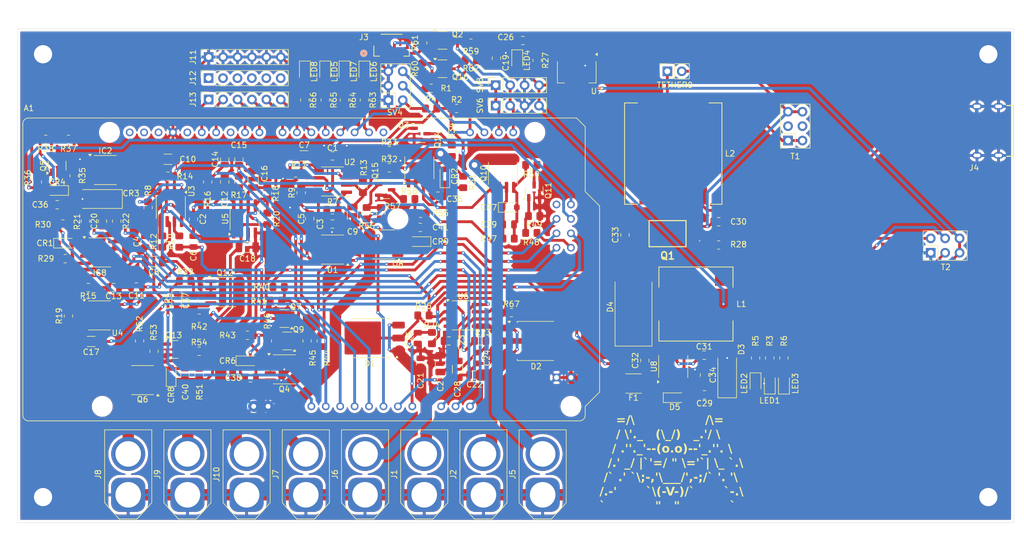
<source format=kicad_pcb>
(kicad_pcb (version 20240108) (generator "pcbnew") (generator_version "8.0")
  (layers (0 "F.Cu" signal) (31 "B.Cu" signal) (34 "B.Paste" user) (35 "F.Paste" user) (36 "B.SilkS" user "B.Silkscreen") (37 "F.SilkS" user "F.Silkscreen") (38 "B.Mask" user) (39 "F.Mask" user) (44 "Edge.Cuts" user))
  (net 0 "")
  (net 2 "/Rapid_Prototype_Schematic_1/SDA")
  (net 3 "GND")
  (net 4 "BATT_VOLTAGE")
  (net 5 "/Rapid_Prototype_Schematic_1/ESCPA_PWM")
  (net 6 "ESCPF_CURR")
  (net 7 "/Rapid_Prototype_Schematic_1/ESCSV_PWM")
  (net 8 "/Rapid_Prototype_Schematic_1/ESCSF_PWM")
  (net 9 "ELEC_CURR")
  (net 10 "/Rapid_Prototype_Schematic_1/LK_DET_S_BAT")
  (net 11 "ESCPA_CURR")
  (net 12 "ESCSA_SWITCH")
  (net 13 "/Rapid_Prototype_Schematic_1/ESCSA_PWM")
  (net 14 "/Rapid_Prototype_Schematic_1/ESCPF_PWM")
  (net 15 "ESCPV_SWITCH")
  (net 16 "ESC_MAIN_POWER_SW")
  (net 17 "/Rapid_Prototype_Schematic_1/LK_DET_P_BAT")
  (net 19 "/Rapid_Prototype_Schematic_1/LK_DET_MAIN")
  (net 20 "Net-(A1-Pad3)")
  (net 21 "/Rapid_Prototype_Schematic_1/BTMP")
  (net 22 "STBD_BAT_CURR")
  (net 23 "Net-(A1-Pad5)")
  (net 24 "/Rapid_Prototype_Schematic_1/SCL")
  (net 25 "ESCSV_CURR")
  (net 26 "/Rapid_Prototype_Schematic_1/ESCPV_PWM")
  (net 27 "ESCPA_SWITCH")
  (net 28 "PORT_BAT_CURR")
  (net 30 "Net-(A1-Pad1)")
  (net 31 "ESCSF_SWITCH")
  (net 32 "Net-(A1-Pad4)")
  (net 34 "ESCSA_CURR")
  (net 37 "ESCPV_CURR")
  (net 38 "ESCSF_CURR")
  (net 40 "ESCSV_SWITCH")
  (net 41 "ESCPF_SWITCH")
  (net 42 "5V")
  (net 43 "ESC_SA_POWER")
  (net 44 "ESC_SV_POWER")
  (net 45 "ESC_PA_POWER")
  (net 46 "ESC_PV_POWER")
  (net 47 "ESC_SF_POWER")
  (net 48 "TRONICS_POWER")
  (net 49 "ESC_PF_POWER")
  (net 50 "P_BATT+")
  (net 51 "S_BATT+")
  (net 52 "+3V3")
  (net 53 "COMBINED_POWER")
  (net 54 "Net-(D3-CATHODE)")
  (net 55 "TETHER_B")
  (net 56 "Net-(C30-Pad1)")
  (net 57 "Net-(U8-VC)")
  (net 58 "Net-(D5-C)")
  (net 59 "Net-(D4-K)")
  (net 60 "Net-(Q1-COLLECTOR)")
  (net 61 "Net-(Q14-G)")
  (net 62 "Net-(IC2-G)")
  (net 63 "Net-(Q12-G)")
  (net 64 "Net-(Q4-G)")
  (net 65 "Net-(Q10-G)")
  (net 66 "Net-(Q6-G)")
  (net 67 "Net-(Q8-G)")
  (net 68 "Net-(IC8-G)")
  (net 69 "Net-(D1-K)")
  (net 70 "/Rapid_Prototype_Schematic_3/ESC_POWER2")
  (net 71 "ESC_POWER")
  (net 72 "CTLD_ELEC_PWR")
  (net 73 "/Rapid_Prototype_Schematic_1/SCL_3V3")
  (net 74 "/Rapid_Prototype_Schematic_1/SDA_3V3")
  (net 77 "ESCPV_POWER")
  (net 78 "ESCPA_POWER")
  (net 79 "ESCSA_POWER")
  (net 80 "ESCPF_POWER")
  (net 81 "ESCSV_POWER")
  (net 82 "ESCSF_POWER")
  (net 89 "TETHER_A")
  (net 90 "Net-(LED1-A)")
  (net 91 "Net-(LED2-C)")
  (net 92 "Net-(LED3-A)")
  (net 93 "Net-(LED4-A)")
  (net 94 "Net-(LED5-A)")
  (net 95 "Net-(LED6-A)")
  (net 96 "Net-(LED7-A)")
  (net 97 "Net-(LED8-A)")
  (net 98 "Net-(Q1-ANODE,_CATHODE)")
  (net 99 "Net-(Q3-D)")
  (net 100 "Net-(Q3-G)")
  (net 101 "Net-(Q5-G)")
  (net 102 "Net-(Q5-D)")
  (net 103 "Net-(Q7-D)")
  (net 104 "Net-(Q7-G)")
  (net 105 "Net-(Q9-G)")
  (net 106 "Net-(Q9-D)")
  (net 107 "Net-(Q11-G)")
  (net 108 "Net-(Q11-D)")
  (net 109 "Net-(Q13-G)")
  (net 110 "Net-(Q13-D)")
  (net 111 "Net-(Q15-G)")
  (net 112 "Net-(Q15-D)")
  (net 113 "Net-(R3-Pad1)")
  (net 114 "Net-(R5-Pad1)")
  (net 115 "Net-(R6-Pad1)")
  (net 116 "Net-(U2-OUT)")
  (net 117 "Net-(U3-OUT)")
  (net 118 "Net-(U2-OUT_2)")
  (net 119 "Net-(U3-OUT_2)")
  (net 120 "Net-(U4-OUT)")
  (net 121 "Net-(U5-OUT)")
  (net 122 "Net-(U5-OUT_2)")
  (net 123 "Net-(U6-OUT)")
  (net 124 "Net-(U6-OUT_2)")
  (footprint "Package_TO_SOT_SMD:SOT-23-3" (layer "F.Cu") (at 109.5 107.551739 180)
    (property "Reference" "Q7")
    (property "Value" "DMN65D8LFB-7")
  )
  (footprint "Capacitor_SMD:C_0805_2012Metric" (layer "F.Cu") (at 69.5 87.5 180)
    (property "Reference" "C36")
    (property "Value" "1.0uF")
  )
  (footprint "Resistor_SMD:R_0805_2012Metric_Pad1.20x1.40mm_HandSolder" (layer "F.Cu") (at 153 80.5 180)
    (property "Reference" "R50")
    (property "Value" "1kΩ")
  )
  (footprint "Capacitor_SMD:C_0805_2012Metric" (layer "F.Cu") (at 117.975 90.905)
    (property "Reference" "C3")
    (property "Value" "1µF")
  )
  (footprint "Package_SO:SOIC-8_3.9x4.9mm_P1.27mm" (layer "F.Cu") (at 77.975 81.405)
    (property "Reference" "IC2")
    (property "Value" "SI4459ADY-T1-GE3")
  )
  (footprint "Capacitor_SMD:C_0805_2012Metric" (layer "F.Cu") (at 143.5 114.5 -90)
    (property "Reference" "C24")
    (property "Value" "1.0uF")
  )
  (footprint "Capacitor_SMD:C_0805_2012Metric" (layer "F.Cu") (at 143 117.5 180)
    (property "Reference" "C22")
    (property "Value" "1µF")
  )
  (footprint "Capacitor_SMD:C_1206_3216Metric" (layer "F.Cu") (at 102.975 95)
    (property "Reference" "C18")
    (property "Value" "220µF")
  )
  (footprint "Resistor_SMD:R_0805_2012Metric_Pad1.20x1.40mm_HandSolder" (layer "F.Cu") (at 89 82.5)
    (property "Reference" "R14")
    (property "Value" "0.003")
  )
  (footprint "Resistor_SMD:R_0805_2012Metric_Pad1.20x1.40mm_HandSolder" (layer "F.Cu") (at 113.105 69.07 90)
    (property "Reference" "R66")
    (property "Value" "1k Ω")
  )
  (footprint "Diode_SMD:D_SOD-323_HandSoldering" (layer "F.Cu") (at 90.525 104.455 -90)
    (property "Reference" "CR5")
    (property "Value" "16.18V 2%")
  )
  (footprint "Resistor_SMD:R_0805_2012Metric_Pad1.20x1.40mm_HandSolder" (layer "F.Cu") (at 141 83.5 -90)
    (property "Reference" "R31")
    (property "Value" "10kΩ")
  )
  (footprint "Capacitor_SMD:C_1206_3216Metric" (layer "F.Cu") (at 104 83 90)
    (property "Reference" "C16")
    (property "Value" "220µF")
  )
  (footprint "Resistor_SMD:R_0805_2012Metric_Pad1.20x1.40mm_HandSolder" (layer "F.Cu") (at 117.975 88.405)
    (property "Reference" "R7")
    (property "Value" "3.3k")
  )
  (footprint "Resistor_SMD:R_0805_2012Metric_Pad1.20x1.40mm_HandSolder" (layer "F.Cu") (at 133.855 59 -90)
    (property "Reference" "R61")
    (property "Value" "2.2k")
  )
  (footprint "Package_SO:SOIC-8_3.9x4.9mm_P1.27mm" (layer "F.Cu") (at 76.975 95.905)
    (property "Reference" "IC8")
    (property "Value" "SI4485DY-T1-GE3")
  )
  (footprint "Connector_PinSocket_2.54mm:PinSocket_1x02_P2.54mm_Vertical" (layer "F.Cu") (at 176.96 64 90)
    (property "Reference" "TETHER0")
    (property "Value" "PINHD-1X2")
  )
  (footprint "Capacitor_SMD:C_1206_3216Metric" (layer "F.Cu") (at 137 115.5 90)
    (property "Reference" "C27")
    (property "Value" "220µF")
  )
  (footprint "Resistor_SMD:R_0805_2012Metric_Pad1.20x1.40mm_HandSolder" (layer "F.Cu") (at 106.5 90 -90)
    (property "Reference" "R20")
    (property "Value" "0.003")
  )
  (footprint "Resistor_SMD:R_0805_2012Metric_Pad1.20x1.40mm_HandSolder" (layer "F.Cu") (at 96 83.5 -90)
    (property "Reference" "R16")
    (property "Value" "3.3k")
  )
  (footprint "Resistor_SMD:R_0805_2012Metric_Pad1.20x1.40mm_HandSolder" (layer "F.Cu") (at 72.475 82.405 90)
    (property "Reference" "R35")
    (property "Value" "10kΩ")
  )
  (footprint "Resistor_SMD:R_0805_2012Metric_Pad1.20x1.40mm_HandSolder" (layer "F.Cu") (at 79.975 90.405 -90)
    (property "Reference" "R22")
    (property "Value" "30.1kΩ 1%")
  )
  (footprint "Diode_SMD:D_SOD-323_HandSoldering" (layer "F.Cu") (at 69.475 85 180)
    (property "Reference" "CR4")
    (property "Value" "BZT585B16T-7SOD523-M")
  )
  (footprint "Resistor_SMD:R_0805_2012Metric_Pad1.20x1.40mm_HandSolder" (layer "F.Cu") (at 70.8826 97 180)
    (property "Reference" "R29")
    (property "Value" "30.1k")
  )
  (footprint "Capacitor_SMD:C_0805_2012Metric" (layer "F.Cu") (at 133.5 115.5 90)
    (property "Reference" "C21")
    (property "Value" "1µF")
  )
  (footprint "Connector_AMASS:AMASS_XT60-M_1x02_P7.20mm_Vertical" (layer "F.Cu") (at 102.857142 138.6 90)
    (property "Reference" "J10")
    (property "Value" "XT60-M")
  )
  (footprint "Capacitor_SMD:C_0805_2012Metric" (layer "F.Cu") (at 186 90.5 180)
    (property "Reference" "C30")
    (property "Value" "0.1uF")
  )
  (footprint "Resistor_SMD:R_0805_2012Metric_Pad1.20x1.40mm_HandSolder" (layer "F.Cu") (at 135.5 111 -90)
    (property "Reference" "R24")
    (property "Value" "3.3kΩ 1%")
  )
  (footprint "Resistor_SMD:R_0805_2012Metric_Pad1.20x1.40mm_HandSolder" (layer "F.Cu") (at 144 111.5 180)
    (property "Reference" "R23")
    (property "Value" "3.3kΩ 1%")
  )
  (footprint "Capacitor_SMD:C_0805_2012Metric" (layer "F.Cu") (at 169.5 92.83 90)
    (property "Reference" "C33")
    (property "Value" "10uf")
  )
  (footprint "Resistor_SMD:R_0805_2012Metric_Pad1.20x1.40mm_HandSolder" (layer "F.Cu") (at 123.605 69.07 90)
    (property "Reference" "R63")
    (property "Value" "1kΩ")
  )
  (footprint "Resistor_SMD:R_0805_2012Metric_Pad1.20x1.40mm_HandSolder" (layer "F.Cu") (at 123.34 84.38 -90)
    (property "Reference" "R13")
    (property "Value" "0.003")
  )
  (footprint "LED_SMD:LED_0805_2012Metric_Pad1.15x1.40mm_HandSolder" (layer "F.Cu") (at 195 119 90)
    (property "Reference" "LED1")
    (property "Value" "YELLOW")
  )
  (footprint "LTV-8141S-TA1:LTV8141STA1" (layer "F.Cu") (at 177 92.6 90)
    (property "Reference" "Q1")
    (property "Value" "LTV-8141S" (hide yes))
  )
  (footprint "Capacitor_SMD:C_0805_2012Metric" (layer "F.Cu") (at 85 94 -90)
    (property "Reference" "C4")
    (property "Value" "1µF")
  )
  (footprint "Resistor_SMD:R_0805_2012Metric_Pad1.20x1.40mm_HandSolder" (layer "F.Cu") (at 101.5 83.5 -90)
    (property "Reference" "R17")
    (property "Value" "3.3k")
  )
  (footprint "LED_SMD:LED_0805_2012Metric_Pad1.15x1.40mm_HandSolder" (layer "F.Cu") (at 123.605 64.07 -90)
    (property "Reference" "LED6")
    (property "Value" "GREEN")
  )
  (footprint "Resistor_SMD:R_0805_2012Metric_Pad1.20x1.40mm_HandSolder" (layer "F.Cu") (at 142.355 62.055 180)
    (property "Reference" "R62")
    (property "Value" "2.2k")
  )
  (footprint "Package_SO:SOIC-8_3.9x4.9mm_P1.27mm" (layer "F.Cu") (at 89.5 88 -90)
    (property "Reference" "U3")
    (property "Value" "LM2904ITPX/NOPB")
  )
  (footprint "LED_SMD:LED_0805_2012Metric_Pad1.15x1.40mm_HandSolder" (layer "F.Cu") (at 192.5 118.975 -90)
    (property "Reference" "LED2")
    (property "Value" "YELLOW")
  )
  (footprint "Connector_PinSocket_2.54mm:PinSocket_1x04_P2.54mm_Vertical" (layer "F.Cu") (at 146.735 66.455 90)
    (property "Reference" "SV8")
    (property "Value" "J8")
  )
  (footprint "Capacitor_SMD:C_1206_3216Metric" (layer "F.Cu") (at 86.5 97.5 180)
    (property "Reference" "C8")
    (property "Value" "220µF")
  )
  (footprint "Capacitor_SMD:C_1206_3216Metric" (layer "F.Cu") (at 75.475 111.595 180)
    (property "Reference" "C17")
    (property "Value" "220uF")
  )
  (footprint "Resistor_SMD:R_0805_2012Metric_Pad1.20x1.40mm_HandSolder" (layer "F.Cu") (at 74.975 102.095 180)
    (property "Reference" "R15")
    (property "Value" "3.3k")
  )
  (footprint "Resistor_SMD:R_0805_2012Metric_Pad1.20x1.40mm_HandSolder" (layer "F.Cu") (at 116.705 69.07 90)
    (property "Reference" "R65")
    (property "Value" "1k Ω")
  )
  (footprint "Resistor_SMD:R_0805_2012Metric_Pad1.20x1.40mm_HandSolder" (layer "F.Cu") (at 103 110.5 180)
    (property "Reference" "R43")
    (property "Value" "10kΩ")
  )
  (footprint "Connector_PinSocket_2.54mm:PinSocket_1x04_P2.54mm_Vertical" (layer "F.Cu") (at 146.735 70.055 90)
    (property "Reference" "SV6")
    (property "Value" "J6")
  )
  (footprint "Resistor_SMD:R_0805_2012Metric_Pad1.20x1.40mm_HandSolder" (layer "F.Cu") (at 91 94 90)
    (property "Reference" "R10")
    (property "Value" "3.3k")
  )
  (footprint "Capacitor_SMD:C_0805_2012Metric" (layer "F.Cu") (at 93.525 104.405 -90)
    (property "Reference" "C37")
    (property "Value" "1.0uF")
  )
  (footprint "Resistor_SMD:R_0805_2012Metric_Pad1.20x1.40mm_HandSolder" (layer "F.Cu") (at 66 83.5 90)
    (property "Reference" "R36")
    (property "Value" "1kΩ")
  )
  (footprint "Diode_SMD:D_SOD-323_HandSoldering" (layer "F.Cu") (at 133.3 94 180)
    (property "Reference" "CR9")
    (property "Value" "16.18V 2%")
  )
  (footprint "USB4125_GF_A:GCT_USB4125-GF-A_REVA2" (layer "F.Cu") (at 234.5 74.5 90)
    (property "Reference" "J4")
    (property "Value" "UJ2-MIBH-2-SMT-TR-67")
  )
  (footprint "Resistor_SMD:R_0805_2012Metric_Pad1.20x1.40mm_HandSolder" (layer "F.Cu") (at 94.5 113.31)
    (property "Reference" "R54")
    (property "Value" "1kΩ")
  )
  (footprint "Connector_PinSocket_2.54mm:PinSocket_1x06_P2.54mm_Vertical" (layer "F.Cu") (at 96.175 68.975 90)
    (property "Reference" "J13")
    (property "Value" "CONN_06SILK_FEMALE_PTH")
  )
  (footprint "Resistor_SMD:R_0805_2012Metric_Pad1.20x1.40mm_HandSolder" (layer "F.Cu") (at 149.5 106.5 180)
    (property "Reference" "R67")
    (property "Value" "0.001Ω 1%")
  )
  (footprint "SRP1770TA_3R3M:SRP1770TA-3R3M_BRN" (layer "F.Cu") (at 178 78.5 -90)
    (property "Reference" "L2")
    (property "Value" "INDUCTOR")
  )
  (footprint "Package_SO:SOIC-8_3.9x4.9mm_P1.27mm" (layer "F.Cu") (at 117.975 95.405 180)
    (property "Reference" "U1")
    (property "Value" "LM35DM")
  )
  (footprint "Resistor_SMD:R_0805_2012Metric_Pad1.20x1.40mm_HandSolder" (layer "F.Cu") (at 195 114.5 -90)
    (property "Reference" "R3")
    (property "Value" "330")
  )
  (footprint "Capacitor_SMD:C_0805_2012Metric" (layer "F.Cu") (at 93.5 90.05 -90)
    (property "Reference" "C2")
    (property "Value" "0.1µF")
  )
  (footprint "Package_SO:SOIC-8_3.9x4.9mm_P1.27mm" (layer "F.Cu") (at 133.275 81 90)
    (property "Reference" "Q14")
    (property "Value" "SI4435DDY")
  )
  (footprint "Package_TO_SOT_SMD:TO-252-3_TabPin2_1" (layer "F.Cu") (at 153.84 111.5)
    (property "Reference" "D2")
    (property "Value" "MBRD835L")
  )
  (footprint "Package_SO:SOIC-8_3.9x4.9mm_P1.27mm" (layer "F.Cu") (at 127 94.5 180)
    (property "Reference" "Q8")
    (property "Value" "SI4435DDY")
  )
  (footprint "Resistor_SMD:R_0805_2012Metric_Pad1.20x1.40mm_HandSolder" (layer "F.Cu") (at 153 92.475 180)
    (property "Reference" "R48")
    (property "Value" "1kΩ")
  )
  (footprint "Package_SO:SOIC-8_3.9x4.9mm_P1.27mm" (layer "F.Cu") (at 99.025 102.905)
    (property "Reference" "Q12")
    (property "Value" "SI4435DDY")
  )
  (footprint "Capacitor_SMD:C_0805_2012Metric" (layer "F.Cu") (at 183.5 117.5 90)
    (property "Reference" "C34")
    (property "Value" "0.1 uf")
  )
  (footprint "A000067:MODULE_A000067" (layer "F.Cu") (at 114.2344 98.9028)
    (property "Reference" "A1")
    (property "Value" "A000067")
  )
  (footprint "Capacitor_SMD:C_0805_2012Metric" (layer "F.Cu") (at 77.475 90.405 90)
    (property "Reference" "C20")
    (property "Value" "0.1µF")
  )
  (footprint "Capacitor_SMD:C_0805_2012Metric" (layer "F.Cu") (at 146.855 61.705 90)
    (property "Reference" "C19")
    (property "Value" "1.0uF")
  )
  (footprint "Connector_PinSocket_2.54mm:PinSocket_2x03_P2.54mm_Vertical" (layer "F.Cu") (at 127.815 69.095 180)
    (property "Reference" "SV4")
    (property "Value" "J4")
  )
  (footprint "Capacitor_SMD:C_0805_2012Metric" (layer "F.Cu") (at 149 90.975)
    (property "Reference" "C39")
    (property "Value" "1.0uF")
  )
  (footprint "Resistor_SMD:R_0805_2012Metric_Pad1.20x1.40mm_HandSolder" (layer "F.Cu") (at 149 93.475 180)
    (property "Reference" "R47")
    (property "Value" "10kΩ")
  )
  (footprint "Package_TO_SOT_SMD:SOT-23-3" (layer "F.Cu") (at 127.260739 84.874332)
    (property "Reference" "Q15")
    (property "Value" "DMN65D8LFB-7")
  )
  (footprint "Connector_AMASS:AMASS_XT60-M_1x02_P7.20mm_Vertical" (layer "F.Cu") (at 92.428571 138.6 90)
    (property "Reference" "J9")
    (property "Value" "XT60-M")
  )
  (footprint "Resistor_SMD:R_0805_2012Metric_Pad1.20x1.40mm_HandSolder" (layer "F.Cu") (at 92.025 100.955)
    (property "Reference" "R39")
    (property "Value" "10kΩ")
  )
  (footprint "Fuse:Fuse_1812_4532Metric_Pad1.30x3.40mm_HandSolder" (layer "F.Cu") (at 171 119)
    (property "Reference" "F1")
    (property "Value" "MF-MSMF050-2")
  )
  (footprint "Capacitor_SMD:C_0805_2012Metric" (layer "F.Cu") (at 133 111 -90)
    (property "Reference" "C25")
    (property "Value" "1.0uF")
  )
  (footprint "Resistor_SMD:R_0805_2012Metric_Pad1.20x1.40mm_HandSolder" (layer "F.Cu") (at 139 78 -90)
    (property "Reference" "R34")
    (property "Value" "1kΩ")
  )
  (footprint "Resistor_SMD:R_0805_2012Metric_Pad1.20x1.40mm_HandSolder" (layer "F.Cu") (at 126.5 89 90)
    (property "Reference" "R57")
    (property "Value" "10kΩ")
  )
  (footprint "Resistor_SMD:R_0805_2012Metric_Pad1.20x1.40mm_HandSolder" (layer "F.Cu") (at 133.5 89)
    (property "Reference" "R55")
    (property "Value" "10kΩ")
  )
  (footprint "Capacitor_SMD:C_0805_2012Metric" (layer "F.Cu") (at 151.5 58.58 180)
    (property "Reference" "C26")
    (property "Value" "1.0uF")
  )
  (footprint "Diode_SMD:D_SOD-323_HandSoldering" (layer "F.Cu") (at 137.775 82.5 90)
    (property "Reference" "CR2")
    (property "Value" "16.18V 2%")
  )
  (footprint "Connector_AMASS:AMASS_XT60-M_1x02_P7.20mm_Vertical" (layer "F.Cu") (at 134.142855 138.6 90)
    (property "Reference" "J1")
    (property "Value" "XT60-M")
  )
  (footprint "Capacitor_SMD:C_0805_2012Metric" (layer "F.Cu") (at 138.5 111.5 180)
    (property "Reference" "C23")
    (property "Value" "0.1µF")
  )
  (footprint "Resistor_SMD:R_0805_2012Metric_Pad1.20x1.40mm_HandSolder" (layer "F.Cu") (at 108 104.405)
    (property "Reference" "R41")
    (property "Value" "10kΩ")
  )
  (footprint "Resistor_SMD:R_0805_2012Metric_Pad1.20x1.40mm_HandSolder" (layer "F.Cu") (at 135.355 67)
    (property "Reference" "R1")
    (property "Value" "1MΩ")
  )
  (footprint "Package_SO:SOIC-8_3.9x4.9mm_P1.27mm" (layer "F.Cu") (at 76.95 107)
    (property "Reference" "U4")
    (property "Value" "LM2904ITPX/NOPB")
  )
  (footprint "Package_SO:SOIC-8_3.9x4.9mm_P1.27mm" (layer "F.Cu") (at 102.5 90 90)
    (property "Reference" "U5")
    (property "Value" "LM2904ITPX/NOPB")
  )
  (footprint "Capacitor_SMD:C_0805_2012Metric" (layer "F.Cu") (at 183.5 121 180)
    (property "Reference" "C29")
    (property "Value" "22uF")
  )
  (footprint "Diode_SMD:D_SMA_Handsoldering" (layer "F.Cu") (at 76.45 86.5 180)
    (property "Reference" "CR3")
    (property "Value" "SMAJ18ASMASERIES-M")
  )
  (footprint "Resistor_SMD:R_0805_2012Metric_Pad1.20x1.40mm_HandSolder" (layer "F.Cu") (at 197.5 114.5 -90)
    (property "Reference" "R6")
    (property "Value" "330")
  )
  (footprint "Resistor_SMD:R_0805_2012Metric_Pad1.20x1.40mm_HandSolder" (layer "F.Cu") (at 134 107)
    (property "Reference" "R26")
    (property "Value" "0.001Ω 1%")
  )
  (footprint "Connector_AMASS:AMASS_XT60-M_1x02_P7.20mm_Vertical" (layer "F.Cu") (at 82 138.6 90)
    (property "Reference" "J8")
    (property "Value" "XT60-M")
  )
  (footprint "Connector_PinSocket_2.54mm:PinSocket_2x03_P2.54mm_Vertical" (layer "F.Cu") (at 223.35449 92.59 90)
    (property "Reference" "T2")
    (property "Value" "TENDA")
  )
  (footprint "Resistor_SMD:R_0805_2012Metric_Pad1.20x1.40mm_HandSolder" (layer "F.Cu") (at 85.5 88 90)
    (property "Reference" "R8")
    (property "Value" "3.3k")
  )
  (footprint "Resistor_SMD:R_0805_2012Metric_Pad1.20x1.40mm_HandSolder" (layer "F.Cu") (at 94.5 107.5 180)
    (property "Reference" "R42")
    (property "Value" "1kΩ")
  )
  (footprint "Capacitor_SMD:C_0805_2012Metric" (layer "F.Cu") (at 173 114.95 90)
    (property "Reference" "C32")
    (property "Value" "270nf")
  )
  (footprint "Capacitor_SMD:C_1206_3216Metric" (layer "F.Cu") (at 89 79.5 180)
    (property "Reference" "C10")
    (property "Value" "220µF")
  )
  (footprint "Package_TO_SOT_SMD:SOT-23-3" (layer "F.Cu") (at 137.355 63.555)
    (property "Reference" "Q16")
    (property "Value" "2N7002PW")
  )
  (footprint "Capacitor_SMD:C_0805_2012Metric" (layer "F.Cu") (at 133.45 91.5 180)
    (property "Reference" "C41")
    (property "Value" "1.0uF")
  )
  (footprint "Resistor_SMD:R_0805_2012Metric_Pad1.20x1.40mm_HandSolder" (layer "F.Cu") (at 153.5 89.5 180)
    (property "Reference" "R49")
    (property "Value" "10kΩ")
  )
  (footprint "Capacitor_SMD:C_0805_2012Metric" (layer "F.Cu") (at 183.45 114)
    (property "Reference" "C31")
    (property "Value" "1.5nf")
  )
  (footprint "Connector_AMASS:AMASS_XT60-M_1x02_P7.20mm_Vertical" (layer "F.Cu") (at 113.285713 138.6 90)
    (property "Reference" "J7")
    (property "Value" "XT60-M")
  )
  (footprint "Package_TO_SOT_SMD:SOT-23-3" (layer "F.Cu") (at 153.5 85.1375 90)
    (property "Reference" "Q11")
    (property "Value" "DMN65D8LFB-7")
  )
  (footprint "" (layer "F.Cu") (at 233.5 61)
    (property "Reference" "")
    (property "Value" "")
  )
  (footprint "" (layer "F.Cu") (at 67 61)
    (property "Reference" "")
    (property "Value" "")
  )
  (footprint "Diode_SMD:D_SOD-323_HandSoldering" (layer "F.Cu") (at 178.25 121.5)
    (property "Reference" "D5")
    (property "Value" "CMDSH-3TR")
  )
  (footprint "Resistor_SMD:R_0805_2012Metric_Pad1.20x1.40mm_HandSolder" (layer "F.Cu") (at 88 94 -90)
    (property "Reference" "R12")
    (property "Value" "0.003")
  )
  (footprint "Resistor_SMD:R_0805_2012Metric_Pad1.20x1.40mm_HandSolder" (layer "F.Cu") (at 108.5 102)
    (property "Reference" "R40")
    (property "Value" "1kΩ")
  )
  (footprint "Resistor_SMD:R_0805_2012Metric_Pad1.20x1.40mm_HandSolder" (layer "F.Cu") (at 94.5 117.31 -90)
    (property "Reference" "R51")
    (property "Value" "10kΩ")
  )
  (footprint "Capacitor_SMD:C_0805_2012Metric" (layer "F.Cu") (at 136.55 86 180)
    (property "Reference" "C35")
    (property "Value" "1.0uF")
  )
  (footprint "" (layer "F.Cu") (at 233.5 139)
    (property "Reference" "")
    (property "Value" "")
  )
  (footprint "Package_TO_SOT_SMD:SOT-23-3" (layer "F.Cu") (at 90 113)
    (property "Reference" "Q13")
    (property "Value" "DMN65D8LFB-7")
  )
  (footprint "Connector_PinSocket_2.54mm:PinSocket_1x06_P2.54mm_Vertical" (layer "F.Cu") (at 96.175 61.5 90)
    (property "Reference" "J11")
    (property "Value" "CONN_06SILK_FEMALE_PTH")
  )
  (footprint "Diode_SMD:D_SOD-323_HandSoldering" (layer "F.Cu") (at 89.55 117.5 90)
    (property "Reference" "CR8")
    (property "Value" "16.18V 2%")
  )
  (footprint "Package_SO:SOIC-8_3.9x4.9mm_P1.27mm" (layer "F.Cu") (at 178 116 90)
    (property "Reference" "U8")
    (property "Value" "LT1374IS8-5PBF")
  )
  (footprint "Resistor_SMD:R_0805_2012Metric_Pad1.20x1.40mm_HandSolder" (layer "F.Cu") (at 139.855 70.555 180)
    (property "Reference" "R2")
    (property "Value" "1MΩ")
  )
  (footprint "Capacitor_SMD:C_0805_2012Metric" (layer "F.Cu") (at 101.5 79.5 90)
    (property "Reference" "C15")
    (property "Value" "1µF")
  )
  (footprint "Capacitor_SMD:C_0805_2012Metric" (layer "F.Cu") (at 99 83.5 90)
    (property "Reference" "C12")
    (property "Value" "0.1µF")
  )
  (footprint "LED_SMD:LED_0805_2012Metric_Pad1.15x1.40mm_HandSolder" (layer "F.Cu") (at 120.105 64.07 -90)
    (property "Reference" "LED7")
    (property "Value" "GREEN")
  )
  (footprint "Resistor_SMD:R_0805_2012Metric_Pad1.20x1.40mm_HandSolder" (layer "F.Cu") (at 111.475 81.905)
    (property "Reference" "R11")
    (property "Value" "0.003")
  )
  (footprint "Resistor_SMD:R_0805_2012Metric_Pad1.20x1.40mm_HandSolder" (layer "F.Cu") (at 71.475 107.095 90)
    (property "Reference" "R19")
    (property "Value" "0.003Ω")
  )
  (footprint "Resistor_SMD:R_0805_2012Metric_Pad1.20x1.40mm_HandSolder" (layer "F.Cu") (at 133.855 63.555 -90)
    (property "Reference" "R60")
    (property "Value" "2.2k")
  )
  (footprint "SRR1206_5R0ML:IND_BOURNS_SRR1240" (layer "F.Cu") (at 182 105 180)
    (property "Reference" "L1")
    (property "Value" "SRR1206-5R0ML")
  )
  (footprint "Package_TO_SOT_SMD:SOT-23-3" (layer "F.Cu") (at 133.5 75)
    (property "Reference" "Q3")
    (property "Value" "DMN65D8LFB-7")
  )
  (footprint "Package_TO_SOT_SMD:TO-252-3_TabPin2_1" (layer "F.Cu") (at 124.585 110.9875 180)
    (property "Reference" "D1")
    (property "Value" "MBRD835L")
  )
  (footprint "Diode_SMD:D_SOD-323_HandSoldering" (layer "F.Cu") (at 149.2 87.975)
    (property "Reference" "CR7")
    (property "Value" "16.18V 2%")
  )
  (footprint "Resistor_SMD:R_0805_2012Metric_Pad1.20x1.40mm_HandSolder" (layer "F.Cu") (at 112.475 85.405 90)
    (property "Reference" "R9")
    (property "Value" "3.3k")
  )
  (footprint "Resistor_SMD:R_0805_2012Metric_Pad1.20x1.40mm_HandSolder" (layer "F.Cu") (at 154.02 62.08 90)
    (property "Reference" "R27")
    (property "Value" "1k Ω")
  )
  (footprint "Resistor_SMD:R_0805_2012Metric_Pad1.20x1.40mm_HandSolder" (layer "F.Cu") (at 74.475 90.405 -90)
    (property "Reference" "R21")
    (property "Value" "10k Ω 1%")
  )
  (footprint "LED_SMD:LED_0805_2012Metric_Pad1.15x1.40mm_HandSolder" (layer "F.Cu") (at 113.1172 64.07 -90)
    (property "Reference" "LED8")
    (property "Value" "GREEN")
  )
  (footprint "Capacitor_SMD:C_0805_2012Metric" (layer "F.Cu") (at 103.55 118)
    (property "Reference" "C38")
    (property "Value" "1.0uF")
  )
  (footprint "Capacitor_SMD:C_0805_2012Metric" (layer "F.Cu") (at 79.425 102.095)
    (property "Reference" "C13")
    (property "Value" "1uF")
  )
  (footprint "Package_SO:SOIC-8_3.9x4.9mm_P1.27mm" (layer "F.Cu") (at 117.975 83.405 180)
    (property "Reference" "U2")
    (property "Value" "LM2904ITPX/NOPB")
  )
  (footprint "Connector_AMASS:AMASS_XT60-M_1x02_P7.20mm_Vertical" (layer "F.Cu") (at 155 138.6 90)
    (property "Reference" "J5")
    (property "Value" "XT60-M")
  )
  (footprint "Package_SO:SOIC-8_3.9x4.9mm_P1.27mm" (layer "F.Cu") (at 141 107)
    (property "Reference" "U6")
    (property "Value" "LM2904ITPX/NOPB")
  )
  (footprint "Capacitor_SMD:C_1206_3216Metric" (layer "F.Cu") (at 121.5 89.38 -90)
    (property "Reference" "C9")
    (property "Value" "220µF")
  )
  (footprint "LED_SMD:LED_0805_2012Metric_Pad1.15x1.40mm_HandSolder" (layer "F.Cu") (at 150.52 62.08 -90)
    (property "Reference" "LED4")
    (property "Value" "GREEN")
  )
  (footprint "Capacitor_SMD:C_0805_2012Metric" (layer "F.Cu") (at 83.45 102 180)
    (property "Reference" "C11")
    (property "Value" "0.1uF")
  )
  (footprint "Connector_PinSocket_2.54mm:PinSocket_2x03_P2.54mm_Vertical" (layer "F.Cu") (at 198.22 76.205 180)
    (property "Reference" "T1")
    (property "Value" "TENDA")
  )
  (footprint "Diode_SMD:D_SOD-323_HandSoldering" (layer "F.Cu") (at 103 115)
    (property "Reference" "CR6")
    (property "Value" "16.18V 2%")
  )
  (footprint "Capacitor_SMD:C_0805_2012Metric" (layer "F.Cu") (at 113.975 89.955 -90)
    (property "Reference" "C5")
    (property "Value" "1µF")
  )
  (footprint "PRT-16766:CONN_BM04B-SRSS-TB_SPK" (layer "F.Cu") (at 128.389097 59.410594)
    (property "Reference" "J3")
    (property "Value" "Vertical Qwiic Connector")
  )
  (footprint "Resistor_SMD:R_0805_2012Metric_Pad1.20x1.40mm_HandSolder" (layer "F.Cu") (at 106.5 111.5 90)
    (property "Reference" "R46")
    (property "Value" "1kΩ")
  )
  (footprint "Resistor_SMD:R_0805_2012Metric_Pad1.20x1.40mm_HandSolder" (layer "F.Cu") (at 70.5 90.905 180)
    (property "Reference" "R30")
    (property "Value" "1k")
  )
  (footprint "Resistor_SMD:R_0805_2012Metric_Pad1.20x1.40mm_HandSolder" (layer "F.Cu") (at 84 111.5 -90)
    (property "Reference" "R52")
    (property "Value" "1kΩ")
  )
  (footprint "Resistor_SMD:R_0805_2012Metric_Pad1.20x1.40mm_HandSolder" (layer "F.Cu") (at 135.355 70.555)
    (property "Reference" "R4")
    (property "Value" "1MΩ")
  )
  (footprint "Resistor_SMD:R_0805_2012Metric_Pad1.20x1.40mm_HandSolder" (layer "F.Cu") (at 113.5 111.5 -90)
    (property "Reference" "R45")
    (property "Value" "10kΩ")
  )
  (footprint "Diode_SMD:D_SMA_Handsoldering" (layer "F.Cu") (at 187.5 117 90)
    (property "Reference" "D3")
    (property "Value" "BOURNS-INC.---SMAJ15A_BOURNS_INC._SMAJ15ABOURNS_INC._SMAJ15A_0_0")
  )
  (footprint "Connector_AMASS:AMASS_XT60-M_1x02_P7.20mm_Vertical" (layer "F.Cu") (at 144.571426 138.6 90)
    (property "Reference" "J2")
    (property "Value" "XT60-M")
  )
  (footprint "Resistor_SMD:R_0805_2012Metric_Pad1.20x1.40mm_HandSolder" (layer "F.Cu") (at 128 81 180)
    (property "Reference" "R32")
    (property "Value" "1kΩ")
  )
  (footprint "Capacitor_SMD:C_0805_2012Metric" (layer "F.Cu") (at 92 117.31 90)
    (property "Reference" "C40")
    (property "Value" "1.0uF")
  )
  (footprint "Resistor_SMD:R_0805_2012Metric_Pad1.20x1.40mm_HandSolder" (layer "F.Cu") (at 71.475 76 180)
    (property "Reference" "R37")
    (property "Value" "10kΩ")
  )
  (footprint "Resistor_SMD:R_0805_2012Metric_Pad1.20x1.40mm_HandSolder" (layer "F.Cu") (at 128 78 180)
    (property "Reference" "R33")
    (property "Value" "10kΩ")
  )
  (footprint "Capacitor_SMD:C_0805_2012Metric" (layer "F.Cu") (at 99 79.5 90)
    (property "Reference" "C14")
    (property "Value" "1µF")
  )
  (footprint "Diode_SMD:D_SMC_Handsoldering" (layer "F.Cu") (at 171 105.5 90)
    (property "Reference" "D4")
    (property "Value" "MBRS330T3G")
  )
  (footprint "Resistor_SMD:R_0805_2012Metric_Pad1.20x1.40mm_HandSolder" (layer "F.Cu") (at 116 111.5 -90)
    (property "Reference" "R44")
    (property "Value" "1kΩ")
  )
  (footprint "Diode_SMD:D_SOD-323_HandSoldering" (layer "F.Cu") (at 70.8826 94.2757)
    (property "Reference" "CR1")
    (property "Value" "BZT585B16T-7SOD523-M")
  )
  (footprint "Resistor_SMD:R_0805_2012Metric_Pad1.20x1.40mm_HandSolder" (layer "F.Cu") (at 67.475 76 180)
    (property "Reference" "R38")
    (property "Value" "1k")
  )
  (footprint "Resistor_SMD:R_0805_2012Metric_Pad1.20x1.40mm_HandSolder" (layer "F.Cu") (at 186 94.6)
    (property "Reference" "R28")
    (property "Value" "18k")
  )
  (footprint "LED_SMD:LED_0805_2012Metric_Pad1.15x1.40mm_HandSolder" (layer "F.Cu") (at 116.696311 64.07 -90)
    (property "Reference" "LED5")
    (property "Value" "GREEN")
  )
  (footprint "Package_SO:SOIC-8_3.9x4.9mm_P1.27mm" (layer "F.Cu") (at 84.525 118.405 180)
    (property "Reference" "Q6")
    (property "Value" "SI4435DDY")
  )
  (footprint "Package_SO:SOIC-8_3.9x4.9mm_P1.27mm" (layer "F.Cu") (at 109.5 116.5)
    (property "Reference" "Q4")
    (property "Value" "SI4435DDY")
  )
  (footprint "Capacitor_SMD:C_0805_2012Metric" (layer "F.Cu") (at 117.975 78.905)
    (property "Reference" "C1")
    (property "Value" "0.1µF")
  )
  (footprint "Resistor_SMD:R_0805_2012Metric_Pad1.20x1.40mm_HandSolder" (layer "F.Cu") (at 192.5 114.5 -90)
    (property "Reference" "R5")
    (property "Value" "330")
  )
  (footprint "Resistor_SMD:R_0805_2012Metric_Pad1.20x1.40mm_HandSolder" (layer "F.Cu") (at 120.094567 69.058369 90)
    (property "Reference" "R64")
    (property "Value" "1k Ω")
  )
  (footprint "" (layer "F.Cu") (at 67 139)
    (property "Reference" "")
    (property "Value" "")
  )
  (footprint "Resistor_SMD:R_0805_2012Metric_Pad1.20x1.40mm_HandSolder" (layer "F.Cu") (at 131.5 86.5)
    (property "Reference" "R58")
    (property "Value" "1kΩ")
  )
  (footprint "Connector_PinSocket_2.54mm:PinSocket_1x06_P2.54mm_Vertical" (layer "F.Cu") (at 96.160358 65.211316 90)
    (property "Reference" "J12")
    (property "Value" "CONN_06SILK_FEMALE_PTH")
  )
  (footprint "Package_TO_SOT_SMD:SOT-23-3" (layer "F.Cu") (at 69.475 80.6375 90)
    (property "Reference" "Q5")
    (property "Value" "DMN65D8LFB-7")
  )
  (footprint "Connector_AMASS:AMASS_XT60-M_1x02_P7.20mm_Vertical" (layer "F.Cu") (at 123.714284 138.6 90)
    (property "Reference" "J6")
    (property "Value" "XT60-M")
  )
  (footprint "Package_TO_SOT_SMD:SOT-23-3" (layer "F.Cu") (at 137.355 58.555)
    (property "Reference" "Q2")
    (property "Value" "2N7002PW")
  )
  (footprint "Package_TO_SOT_SMD:SOT-223" (layer "F.Cu") (at 161 64.15 -90)
    (property "Reference" "U7")
    (property "Value" "TLV1117LV33DCYR")
  )
  (footprint "Capacitor_SMD:C_1206_3216Metric" (layer "F.Cu") (at 140 116.5 -90)
    (property "Reference" "C28")
    (property "Value" "220µF")
  )
  (footprint "Package_SO:SOIC-8_3.9x4.9mm_P1.27mm" (layer "F.Cu") (at 148 81.975 90)
    (property "Reference" "Q10")
    (property "Value" "SI4435DDY")
  )
  (footprint "Resistor_SMD:R_0805_2012Metric_Pad1.20x1.40mm_HandSolder" (layer "F.Cu") (at 124 89 90)
    (property "Reference" "R56")
    (property "Value" "1kΩ")
  )
  (footprint "Resistor_SMD:R_0805_2012Metric_Pad1.20x1.40mm_HandSolder" (layer "F.Cu") (at 106.5 85.5 90)
    (property "Reference" "R18")
    (property "Value" "0.003")
  )
  (footprint "Resistor_SMD:R_0805_2012Metric_Pad1.20x1.40mm_HandSolder" (layer "F.Cu") (at 142.355 59.055 180)
    (property "Reference" "R59")
    (property "Value" "2.2k")
  )
  (footprint "Capacitor_SMD:C_0805_2012Metric" (layer "F.Cu") (at 93.5 94 90)
    (property "Reference" "C6")
    (property "Value" "1µF")
  )
  (footprint "LED_SMD:LED_0805_2012Metric_Pad1.15x1.40mm_HandSolder" (layer "F.Cu") (at 197.5 119 90)
    (property "Reference" "LED3")
    (property "Value" "GREEN")
  )
  (footprint "Resistor_SMD:R_0805_2012Metric_Pad1.20x1.40mm_HandSolder" (layer "F.Cu") (at 86.55 113.31 90)
    (property "Reference" "R53")
    (property "Value" "10kΩ")
  )
  (footprint "Capacitor_SMD:C_1206_3216Metric" (layer "F.Cu") (at 112.95 78.905)
    (property "Reference" "C7")
    (property "Value" "220µF")
  )
  (footprint "Package_TO_SOT_SMD:SOT-23-3" (layer "F.Cu") (at 110 111.5 180)
    (property "Reference" "Q9")
    (property "Value" "DMN65D8LFB-7")
  )
  (gr_rect (start 62.5 56.5) (end 238 143.5) (stroke (width 0.05)) (fill none) (layer "Edge.Cuts"))
  (gr_text "    =/\\                 /\\=\n    / \\'._   (\\_/)   _.'/ \\\n   / .''._'--(o.o)--'_.''. \\\n  /.' _/ |`'=/ {dblquote} \\='`| \\_ `.\\\n /` .' `\\;-,'\\___/',-;/` '. '\\\n/.-'       `\\(-V-)/`       `-.\\\n`            {dblquote}   {dblquote}            `" (at 165 141.5 0) (layer "F.SilkS") (effects (font (size 1.5 1.5) (thickness 0.3) (bold yes)) (justify left bottom)))
  (segment (start 147.28 70.6) (end 146.735 70.055) (width 0.5) (layer "F.Cu") (net 2))
  (segment (start 147.28 74.76) (end 147.28 70.6) (width 0.5) (layer "F.Cu") (net 2))
  (segment (start 139.855 63.555) (end 141.355 62.055) (width 0.5) (layer "F.Cu") (net 2))
  (segment (start 146.735 70.055) (end 146.735 66.455) (width 0.5) (layer "F.Cu") (net 2))
  (segment (start 138.4925 63.555) (end 139.855 63.555) (width 0.5) (layer "F.Cu") (net 2))
  (via (at 139.855 63.555) (size 0.6) (drill 0.3) (layers "F.Cu" "B.Cu") (net 2))
  (segment (start 142.755 66.455) (end 139.855 63.555) (width 0.5) (layer "B.Cu") (net 2))
  (segment (start 146.735 66.455) (end 142.755 66.455) (width 0.5) (layer "B.Cu") (net 2))
  (segment (start 129 78.794468) (end 129 78) (width 0.5) (layer "F.Cu") (net 3))
  (segment (start 171 102.5) (end 159.98 113.52) (width 0.5) (layer "F.Cu") (net 3))
  (segment (start 154 89.475) (end 154.025 89.5) (width 0.2) (layer "F.Cu") (net 3))
  (segment (start 133.5 112.45) (end 133 111.95) (width 0.5) (layer "F.Cu") (net 3))
  (segment (start 131.05 75.95) (end 132.3625 75.95) (width 0.5) (layer "F.Cu") (net 3))
  (segment (start 106 107) (end 106 108.0875) (width 0.5) (layer "F.Cu") (net 3))
  (segment (start 187.5 114.5) (end 184.9 114.5) (width 0.5) (layer "F.Cu") (net 3))
  (segment (start 106.292667 96.292667) (end 105 95) (width 0.5) (layer "F.Cu") (net 3))
  (segment (start 187.5 116.199026) (end 182.699026 121) (width 0.5) (layer "F.Cu") (net 3))
  (segment (start 125.555001 57.896601) (end 125.555001 59.498098) (width 0.5) (layer "F.Cu") (net 3))
  (segment (start 118.925 91.975) (end 120.45 93.5) (width 0.5) (layer "F.Cu") (net 3))
  (segment (start 110.545 63.045) (end 113.1172 63.045) (width 0.5) (layer "F.Cu") (net 3))
  (segment (start 85 97) (end 85 96) (width 0.5) (layer "F.Cu") (net 3))
  (segment (start 107 105) (end 106.5 105.5) (width 0.5) (layer "F.Cu") (net 3))
  (segment (start 124.862864 91.097676) (end 125.96054 90) (width 0.5) (layer "F.Cu") (net 3))
  (segment (start 106.292667 103.697667) (end 106.292667 96.292667) (width 0.5) (layer "F.Cu") (net 3))
  (segment (start 231.42 71.75) (end 231.42 70.26) (width 0.5) (layer "F.Cu") (net 3))
  (segment (start 80.375 102.095) (end 82.405 102.095) (width 0.5) (layer "F.Cu") (net 3))
  (segment (start 85.025 97.025) (end 85 97) (width 0.2) (layer "F.Cu") (net 3))
  (segment (start 174.5 93.33) (end 172.5 91.33) (width 0.5) (layer "F.Cu") (net 3))
  (segment (start 140.475 117.5) (end 140 117.975) (width 0.5) (layer "F.Cu") (net 3))
  (segment (start 174.5 97.6) (end 174.5 93.33) (width 0.5) (layer "F.Cu") (net 3))
  (segment (start 150.55 61.025) (end 150.52 61.055) (width 0.2) (layer "F.Cu") (net 3))
  (segment (start 121.5 90.855) (end 121.742676 91.097676) (width 0.5) (layer "F.Cu") (net 3))
  (segment (start 80.402224 102.902224) (end 82.5 105) (width 0.5) (layer "F.Cu") (net 3))
  (segment (start 135.131183 114.631183) (end 135.131183 119.131183) (width 0.5) (layer "F.Cu") (net 3))
  (segment (start 107 104.405) (end 106.292667 103.697667) (width 0.5) (layer "F.Cu") (net 3))
  (segment (start 159.98 117.94) (end 157.44 117.94) (width 0.5) (layer "F.Cu") (net 3))
  (segment (start 231.42 78.74) (end 231.5 78.82) (width 0.2) (layer "F.Cu") (net 3))
  (segment (start 109.246115 82.896385) (end 109.250658 82.891842) (width 0.5) (layer "F.Cu") (net 3))
  (segment (start 74.5 77.905) (end 74.405 77.905) (width 0.2) (layer "F.Cu") (net 3))
  (segment (start 80.375 102.902224) (end 80.402224 102.902224) (width 0.5) (layer "F.Cu") (net 3))
  (segment (start 163.5 134) (end 163.5 121.46) (width 2) (layer "F.Cu") (net 3))
  (segment (start 104 81.05) (end 104 81.525) (width 0.2) (layer "F.Cu") (net 3))
  (segment (start 111.1375 110.55) (end 108.8 110.55) (width 0.5) (layer "F.Cu") (net 3))
  (segment (start 89.876 67.799) (end 89.876 74.76) (width 0.5) (layer "F.Cu") (net 3))
  (segment (start 158.9 138.6) (end 163.5 134) (width 2) (layer "F.Cu") (net 3))
  (segment (start 106.5 105.5) (end 106.5 106.5) (width 0.5) (layer "F.Cu") (net 3))
  (segment (start 72.475 76) (end 72.5 76) (width 0.2) (layer "F.Cu") (net 3))
  (segment (start 154.5 86.325) (end 154.45 86.275) (width 0.5) (layer "F.Cu") (net 3))
  (segment (start 74.475 108.905) (end 74 109.38) (width 0.5) (layer "F.Cu") (net 3))
  (segment (start 82.5 101.5) (end 85.025 98.975) (width 0.5) (layer "F.Cu") (net 3))
  (segment (start 80.375 102.095) (end 80.375 102.902224) (width 0.5) (layer "F.Cu") (net 3))
  (segment (start 101.5 78.55) (end 102.05 78.55) (width 0.5) (layer "F.Cu") (net 3))
  (segment (start 144 124.5) (end 139.5 129) (width 0.5) (layer "F.Cu") (net 3))
  (segment (start 100.229918 78.55) (end 101.5 78.55) (width 0.2) (layer "F.Cu") (net 3))
  (segment (start 96.175 61.5) (end 89.876 67.799) (width 0.5) (layer "F.Cu") (net 3))
  (segment (start 131.154999 57.896601) (end 125.555001 57.896601) (width 0.5) (layer "F.Cu") (net 3))
  (segment (start 104.405 92.475) (end 112.405 92.475) (width 0.5) (layer "F.Cu") (net 3))
  (segment (start 126.889097 63.089097) (end 127.815 64.015) (width 0.5) (layer "F.Cu") (net 3))
  (segment (start 110.5 88) (end 113.405 90.905) (width 0.5) (layer "F.Cu") (net 3))
  (segment (start 113.02 77.5) (end 114.425 78.905) (width 0.5) (layer "F.Cu") (net 3))
  (segment (start 109.5 117.878678) (end 108.939339 118.439339) (width 0.5) (layer "F.Cu") (net 3))
  (segment (start 93.5 91) (end 94 91) (width 0.2) (layer "F.Cu") (net 3))
  (segment (start 170.93 91.33) (end 172.5 91.33) (width 0.5) (layer "F.Cu") (net 3))
  (segment (start 83 95) (end 84 96) (width 0.5) (layer "F.Cu") (net 3))
  (segment (start 118.925 90.905) (end 118.975 90.855) (width 0.2) (layer "F.Cu") (net 3))
  (segment (start 150.55 58.58) (end 150.55 61.025) (width 0.5) (layer "F.Cu") (net 3))
  (segment (start 104 81.525) (end 108.025 77.5) (width 0.5) (layer "F.Cu") (net 3))
  (segment (start 170.38 91.88) (end 170.93 91.33) (width 0.5) (layer "F.Cu") (net 3))
  (segment (start 195 120.025) (end 194 119.025) (width 0.5) (layer "F.Cu") (net 3))
  (segment (start 72.5 76) (end 74.405 77.905) (width 0.5) (layer "F.Cu") (net 3))
  (segment (start 171 102) (end 171 102.5) (width 0.5) (layer "F.Cu") (net 3))
  (segment (start 139 119.5) (end 140 118.5) (width 0.5) (layer "F.Cu") (net 3))
  (segment (start 149.755 60.755) (end 148.5 60.755) (width 0.5) (layer "F.Cu") (net 3))
  (segment (start 142.05 119.275) (end 144 121.225) (width 0.5) (layer "F.Cu") (net 3))
  (segment (start 159.98 113.52) (end 159.98 117.94) (width 0.5) (layer "F.Cu") (net 3))
  (segment (start 129 78) (end 131.05 75.95) (width 0.5) (layer "F.Cu") (net 3))
  (segment (start 99 78.55) (end 101.5 78.55) (width 0.5) (layer "F.Cu") (net 3))
  (segment (start 109.246115 86.746115) (end 109.246115 82.896385) (width 0.5) (layer "F.Cu") (net 3))
  (segment (start 155 138.6) (end 158.9 138.6) (width 2) (layer "F.Cu") (net 3))
  (segment (start 105 95) (end 104.45 95) (width 0.5) (layer "F.Cu") (net 3))
  (segment (start 94.5 91) (end 95 90.5) (width 0.5) (layer "F.Cu") (net 3))
  (segment (start 156.175 86) (end 154.725 86) (width 0.5) (layer "F.Cu") (net 3))
  (segment (start 197.5 120.025) (end 195 120.025) (width 0.5) (layer "F.Cu") (net 3))
  (segment (start 110.6375 106.601739) (end 110.535761 106.5) (width 0.2) (layer "F.Cu") (net 3))
  (segment (start 85.93 77.905) (end 74.5 77.905) (width 0.5) (layer "F.Cu") (net 3))
  (segment (start 107.1625 108.9125) (end 107.1625 108.8375) (width 0.2) (layer "F.Cu") (net 3))
  (segment (start 88.8625 113.95) (end 88.5025 114.31) (width 0.5) (layer "F.Cu") (net 3))
  (segment (start 133.5 114.55) (end 133.5 112.45) (width 0.5) (layer "F.Cu") (net 3))
  (segment (start 99 78.55) (end 93.666 78.55) (width 0.5) (layer "F.Cu") (net 3))
  (segment (start 187.5 116) (end 187.5 114.5) (width 0.5) (layer "F.Cu") (net 3))
  (segment (start 83.975 85.525) (end 83 86.5) (width 0.5) (layer "F.Cu") (net 3))
  (segment (start 231.42 77.25) (end 231.42 78.74) (width 0.5) (layer "F.Cu") (net 3))
  (segment (start 118.975 90.855) (end 121.5 90.855) (width 0.5) (layer "F.Cu") (net 3))
  (segment (start 123.605 63.045) (end 126.845 63.045) (width 0.5) (layer "F.Cu") (net 3))
  (segment (start 70.425 80.575) (end 71.5 79.5) (width 0.5) (layer "F.Cu") (net 3))
  (segment (start 107 105) (end 107 104.405) (width 0.2) (layer "F.Cu") (net 3))
  (segment (start 144 121.225) (end 144 124.5) (width 0.5) (layer "F.Cu") (net 3))
  (segment (start 100.229918 81.320082) (end 100.229918 78.55) (width 0.5) (layer "F.Cu") (net 3))
  (segment (start 85.025 97.5) (end 85.025 97.025) (width 0.5) (layer "F.Cu") (net 3))
  (segment (start 112.405 92.475) (end 113.975 90.905) (width 0.5) (layer "F.Cu") (net 3))
  (segment (start 74.405 77.905) (end 73.5 78.81) (width 0.5) (layer "F.Cu") (net 3))
  (segment (start 184.9 114.5) (end 184.4 114) (width 0.5) (layer "F.Cu") (net 3))
  (segment (start 85 96) (end 85 94.95) (width 0.5) (layer "F.Cu") (net 3))
  (segment (start 111.1375 110.55) (end 111.1875 110.5) (width 0.2) (layer "F.Cu") (net 3))
  (segment (start 108.025 77.5) (end 113.02 77.5) (width 0.5) (layer "F.Cu") (net 3))
  (segment (start 76.715 114.31) (end 74 111.595) (width 0.5) (layer "F.Cu") (net 3))
  (segment (start 116.5 77.1) (end 116.4 77.1) (width 0.2) (layer "F.Cu") (net 3))
  (segment (start 139.5 129) (end 139.5 138.6) (width 0.5) (layer "F.Cu") (net 3))
  (segment (start 85.025 98.975) (end 85.025 97.5) (width 0.5) (layer "F.Cu") (net 3))
  (segment (start 187.5 116.05) (end 187.5 116.199026) (width 0.5) (layer "F.Cu") (net 3))
  (segment (start 128 88.5) (end 126.5 90) (width 0.5) (layer "F.Cu") (net 3))
  (segment (start 95 87.75) (end 93.666 86.416) (width 0.5) (layer "F.Cu") (net 3))
  (segment (start 118.925 79.975) (end 118.925 78.905) (width 0.5) (layer "F.Cu") (net 3))
  (segment (start 88.5025 114.31) (end 86.55 114.31) (width 0.5) (layer "F.Cu") (net 3))
  (segment (start 87.525 79.5) (end 85.93 77.905) (width 0.5) (layer "F.Cu") (net 3))
  (segment (start 82.405 102.095) (end 82.5 102) (width 0.2) (layer "F.Cu") (net 3))
  (segment (start 93.55 78.55) (end 89.876 74.876) (width 0.5) (layer "F.Cu") (net 3))
  (segment (start 114.595 78.905) (end 114.425 78.905) (width 0.2) (layer "F.Cu") (net 3))
  (segment (start 104.45 95) (end 104.405 94.955) (width 0.2) (layer "F.Cu") (net 3))
  (segment (start 169.5 91.88) (end 170.38 91.88) (width 0.5) (layer "F.Cu") (net 3))
  (segment (start 140 118.5) (end 140 117.975) (width 0.5) (layer "F.Cu") (net 3))
  (segment (start 108.8 110.55) (end 107.1625 108.9125) (width 0.5) (layer "F.Cu") (net 3))
  (segment (start 133.55 114.5) (end 133.5 114.55) (width 0.2) (layer "F.Cu") (net 3))
  (segment (start 183.5 116.55) (end 181.83 116.55) (width 0.5) (layer "F.Cu") (net 3))
  (segment (start 194 119.025) (end 194 119) (width 0.5) (layer "F.Cu") (net 3))
  (segment (start 94 91) (end 94.5 91) (width 0.5) (layer "F.Cu") (net 3))
  (segment (start 148.5 60.755) (end 146.855 60.755) (width 0.5) (layer "F.Cu") (net 3))
  (segment (start 120.45 81.5) (end 118.925 79.975) (width 0.5) (layer "F.Cu") (net 3))
  (segment (start 104 80.5) (end 104 81.05) (width 0.5) (layer "F.Cu") (net 3))
  (segment (start 104.405 94.955) (end 104.405 92.475) (width 0.5) (layer "F.Cu") (net 3))
  (segment (start 125.555001 59.498098) (end 126.889097 60.832194) (width 0.5) (layer "F.Cu") (net 3))
  (segment (start 89.876 74.76) (end 89.876 77.149) (width 0.5) (layer "F.Cu") (net 3))
  (segment (start 184.7 114.3) (end 184.7 115.35) (width 0.5) (layer "F.Cu") (net 3))
  (segment (start 171 101.1) (end 171 102) (width 0.2) (layer "F.Cu") (net 3))
  (segment (start 142.05 117.5) (end 142.05 116.9) (width 0.5) (layer "F.Cu") (net 3))
  (segment (start 95 90.5) (end 95 87.75) (width 0.5) (layer "F.Cu") (net 3))
  (segment (start 81.5 114.31) (end 76.715 114.31) (width 0.5) (layer "F.Cu") (net 3))
  (segment (start 86.55 114.31) (end 81.5 114.31) (width 0.5) (layer "F.Cu") (net 3))
  (segment (start 93.666 86.416) (end 93.666 78.55) (width 0.5) (layer "F.Cu") (net 3))
  (segment (start 70.425 81.775) (end 70.425 80.575) (width 0.5) (layer "F.Cu") (net 3))
  (segment (start 181.83 116.55) (end 179.905 118.475) (width 0.5) (layer "F.Cu") (net 3))
  (segment (start 121.742676 91.097676) (end 124.862864 91.097676) (width 0.5) (layer "F.Cu") (net 3))
  (segment (start 73.5 78.81) (end 73.5 79.5) (width 0.5) (layer "F.Cu") (net 3))
  (segment (start 154.5 89.5) (end 154.5 86.325) (width 0.5) (layer "F.Cu") (net 3))
  (segment (start 87.595 85.525) (end 83.975 85.525) (width 0.5) (layer "F.Cu") (net 3))
  (segment (start 139.5 138.6) (end 82 138.6) (width 2) (layer "F.Cu") (net 3))
  (segment (start 137.55 113.475) (end 136.525 114.5) (width 0.5) (layer "F.Cu") (net 3))
  (segment (start 110.535761 106.5) (end 106.5 106.5) (width 0.5) (layer "F.Cu") (net 3))
  (segment (start 77.425 89.405) (end 77.475 89.455) (width 0.2) (layer "F.Cu") (net 3))
  (segment (start 135.5 119.5) (end 139 119.5) (width 0.5) (layer "F.Cu") (net 3))
  (segment (start 231.42 70.26) (end 231.5 70.18) (width 0.2) (layer "F.Cu") (net 3))
  (segment (start 82.5 114.31) (end 81.5 114.31) (width 0.2) (layer "F.Cu") (net 3))
  (segment (start 106.5 106.5) (end 106 107) (width 0.5) (layer "F.Cu") (net 3))
  (segment (start 184.7 115.35) (end 183.5 116.55) (width 0.5) (layer "F.Cu") (net 3))
  (segment (start 116.4 77.1) (end 114.595 78.905) (width 0.5) (layer "F.Cu") (net 3))
  (segment (start 74.475 89.405) (end 74.475 87.025) (width 0.5) (layer "F.Cu") (net 3))
  (segment (start 74.475 87.025) (end 73.95 86.5) (width 0.5) (layer "F.Cu") (net 3))
  (segment (start 154.725 86) (end 154.45 86.275) (width 0.2) (layer "F.Cu") (net 3))
  (segment (start 184.4 114) (end 184.7 114.3) (width 0.2) (layer "F.Cu") (net 3))
  (segment (start 99 82.55) (end 100.229918 81.320082) (width 0.5) (layer "F.Cu") (net 3))
  (segment (start 71.5 79.5) (end 73.5 79.5) (width 0.5) (layer "F.Cu") (net 3))
  (segment (start 113.1172 63.045) (end 123.605 63.045) (width 0.5) (layer "F.Cu") (net 3))
  (segment (start 118.925 91.301057) (end 117.903338 92.322719) (width 0.5) (layer "F.Cu") (net 3))
  (segment (start 106 108.0875) (end 106.75 108.8375) (width 0.5) (layer "F.Cu") (net 3))
  (segment (start 109 61.5) (end 110.545 63.045) (width 0.5) (layer "F.Cu") (net 3))
  (segment (start 93.666 78.55) (end 93.55 78.55) (width 0.5) (layer "F.Cu") (net 3))
  (segment (start 128 87) (end 128 88.5) (width 0.5) (layer "F.Cu") (net 3))
  (segment (start 110.5 88) (end 109.246115 86.746115) (width 0.5) (layer "F.Cu") (net 3))
  (segment (start 74 109.38) (end 74 111.595) (width 0.5) (layer "F.Cu") (net 3))
  (segment (start 138.525 108.905) (end 138.525 109.975) (width 0.5) (layer "F.Cu") (net 3))
  (segment (start 127.815 64.015) (end 127.815 69.095) (width 0.5) (layer "F.Cu") (net 3))
  (segment (start 113.405 90.905) (end 113.975 90.905) (width 0.5) (layer "F.Cu") (net 3))
  (segment (start 136.525 114.5) (end 133.55 114.5) (width 0.5) (layer "F.Cu") (net 3))
  (segment (start 142.05 116.9) (end 143.5 115.45) (width 0.5) (layer "F.Cu") (net 3))
  (segment (start 125.96054 90) (end 126.5 90) (width 0.5) (layer "F.Cu") (net 3))
  (segment (start 83 86.5) (end 83 95) (width 0.5) (layer "F.Cu") (net 3))
  (segment (start 163.3 62.2) (end 163.3 61) (width 0.5) (layer "F.Cu") (net 3))
  (segment (start 150.055 61.055) (end 149.755 60.755) (width 0.5) (layer "F.Cu") (net 3))
  (segment (start 126.845 63.045) (end 127.815 64.015) (width 0.2) (layer "F.Cu") (net 3))
  (segment (start 129.952766 79.747234) (end 129 78.794468) (width 0.5) (layer "F.Cu") (net 3))
  (segment (start 171 101.1) (end 174.5 97.6) (width 0.5) (layer "F.Cu") (net 3))
  (segment (start 126.824332 85.824332) (end 128 87) (width 0.5) (layer "F.Cu") (net 3))
  (segment (start 126.123239 85.824332) (end 126.824332 85.824332) (width 0.2) (layer "F.Cu") (net 3))
  (segment (start 142.05 117.5) (end 142.05 119.275) (width 0.5) (layer "F.Cu") (net 3))
  (segment (start 118.925 78.905) (end 120.5 77.33) (width 0.5) (layer "F.Cu") (net 3))
  (segment (start 89.876 74.876) (end 89.876 74.76) (width 0.5) (layer "F.Cu") (net 3))
  (segment (start 162.5 63) (end 163.3 62.2) (width 0.5) (layer "F.Cu") (net 3))
  (segment (start 89.876 77.149) (end 87.525 79.5) (width 0.5) (layer "F.Cu") (net 3))
  (segment (start 111.1875 110.5) (end 113.5 110.5) (width 0.5) (layer "F.Cu") (net 3))
  (segment (start 142.05 117.5) (end 140.475 117.5) (width 0.5) (layer "F.Cu") (net 3))
  (segment (start 118.925 90.905) (end 118.925 91.975) (width 0.5) (layer "F.Cu") (net 3))
  (segment (start 135.131183 119.131183) (end 135.5 119.5) (width 0.5) (layer "F.Cu") (net 3))
  (segment (start 82.5 102) (end 82.5 101.5) (width 0.5) (layer "F.Cu") (net 3))
  (segment (start 137.55 110.95) (end 137.55 113.475) (width 0.5) (layer "F.Cu") (net 3))
  (segment (start 93.5 93.05) (end 93.5 91) (width 0.5) (layer "F.Cu") (net 3))
  (segment (start 102.05 78.55) (end 104 80.5) (width 0.5) (layer "F.Cu") (net 3))
  (segment (start 93 93.05) (end 93.5 93.05) (width 0.2) (layer "F.Cu") (net 3))
  (segment (start 96.175 61.5) (end 108.875 61.5) (width 0.5) (layer "F.Cu") (net 3))
  (segment (start 187.5 114.5) (end 187.5 116.05) (width 0.2) (layer "F.Cu") (net 3))
  (segment (start 108.875 61.5) (end 109 61.5) (width 0.2) (layer "F.Cu") (net 3))
  (segment (start 163.62 86) (end 156.175 86) (width 0.5) (layer "F.Cu") (net 3))
  (segment (start 163.5 121.46) (end 159.98 117.94) (width 2) (layer "F.Cu") (net 3))
  (segment (start 84 96) (end 85 96) (width 0.5) (layer "F.Cu") (net 3))
  (segment (start 135 114.5) (end 135.131183 114.631183) (width 0.5) (layer "F.Cu") (net 3))
  (segment (start 82.5 105) (end 82.5 114.31) (width 0.5) (layer "F.Cu") (net 3))
  (segment (start 151.815 70.055) (end 151.815 66.455) (width 0.5) (layer "F.Cu") (net 3))
  (segment (start 126.889097 60.832194) (end 126.889097 63.089097) (width 0.5) (layer "F.Cu") (net 3))
  (segment (start 74.475 89.405) (end 77.425 89.405) (width 0.5) (layer "F.Cu") (net 3))
  (segment (start 118.925 90.905) (end 118.925 91.301057) (width 0.2) (layer "F.Cu") (net 3))
  (segment (start 150.52 61.055) (end 150.055 61.055) (width 0.5) (layer "F.Cu") (net 3))
  (segment (start 182.699026 121) (end 182.55 121) (width 0.5) (layer "F.Cu") (net 3))
  (segment (start 169.5 91.88) (end 163.62 86) (width 0.5) (layer "F.Cu") (net 3))
  (segment (start 109.5 116.5) (end 109.5 117.878678) (width 0.5) (layer "F.Cu") (net 3))
  (segment (start 120.5 77.33) (end 120.5 77.1) (width 0.2) (layer "F.Cu") (net 3))
  (segment (start 106.75 108.8375) (end 107.1625 108.8375) (width 0.5) (layer "F.Cu") (net 3))
  (segment (start 155 138.6) (end 139.5 138.6) (width 2) (layer "F.Cu") (net 3))
  (segment (start 138.525 109.975) (end 137.55 110.95) (width 0.5) (layer "F.Cu") (net 3))
  (via (at 117.903338 92.322719) (size 0.6) (drill 0.3) (layers "F.Cu" "B.Cu") (net 3))
  (via (at 116.5 77.1) (size 0.6) (drill 0.3) (layers "F.Cu" "B.Cu") (net 3))
  (via (at 187.5 114.5) (size 0.6) (drill 0.3) (layers "F.Cu" "B.Cu") (net 3))
  (via (at 109.5 116.5) (size 0.6) (drill 0.3) (layers "F.Cu" "B.Cu") (net 3))
  (via (at 85 96) (size 0.6) (drill 0.3) (layers "F.Cu" "B.Cu") (net 3))
  (via (at 181.83 116.55) (size 0.6) (drill 0.3) (layers "F.Cu" "B.Cu") (net 3))
  (via (at 108.939339 118.439339) (size 0.6) (drill 0.3) (layers "F.Cu" "B.Cu") (net 3))
  (via (at 107.1625 108.8375) (size 0.6) (drill 0.3) (layers "F.Cu" "B.Cu") (net 3))
  (via (at 73.5 79.5) (size 0.6) (drill 0.3) (layers "F.Cu" "B.Cu") (net 3))
  (via (at 73.95 86.5) (size 0.6) (drill 0.3) (layers "F.Cu" "B.Cu") (net 3))
  (via (at 110.5 88) (size 0.6) (drill 0.3) (layers "F.Cu" "B.Cu") (net 3))
  (via (at 120.5 77.1) (size 0.6) (drill 0.3) (layers "F.Cu" "B.Cu") (net 3))
  (via (at 162.5 63) (size 0.6) (drill 0.3) (layers "F.Cu" "B.Cu") (net 3))
  (via (at 129.952766 79.747234) (size 0.6) (drill 0.3) (layers "F.Cu" "B.Cu") (net 3))
  (via (at 109.250658 82.891842) (size 0.6) (drill 0.3) (layers "F.Cu" "B.Cu") (net 3))
  (via (at 194 119) (size 0.6) (drill 0.3) (layers "F.Cu" "B.Cu") (net 3))
  (via (at 148.5 60.755) (size 0.6) (drill 0.3) (layers "F.Cu" "B.Cu") (net 3))
  (segment (start 133.065686 62.5) (end 129.33 62.5) (width 0.5) (layer "B.Cu") (net 3))
  (segment (start 159.98 117.94) (end 161.37 116.55) (width 0.5) (layer "B.Cu") (net 3))
  (segment (start 149.76 68) (end 138.565686 68) (width 0.5) (layer "B.Cu") (net 3))
  (segment (start 138.565686 68) (end 133.065686 62.5) (width 0.5) (layer "B.Cu") (net 3))
  (segment (start 231.5 78.82) (end 231.5 70.18) (width 0.5) (layer "B.Cu") (net 3))
  (segment (start 231.5 96) (end 229 98.5) (width 0.5) (layer "B.Cu") (net 3))
  (segment (start 224.5 98.5) (end 223.35449 97.35449) (width 0.5) (layer "B.Cu") (net 3))
  (segment (start 106.64 123.02) (end 104.1 123.02) (width 2) (layer "B.Cu") (net 3))
  (segment (start 102.857142 138.6) (end 104.9 138.6) (width 2) (layer "B.Cu") (net 3))
  (segment (start 231.5 78.82) (end 231.5 96) (width 0.5) (layer "B.Cu") (net 3))
  (segment (start 107.5 123.88) (end 106.64 123.02) (width 2) (layer "B.Cu") (net 3))
  (segment (start 82.5 93.5) (end 85 96) (width 0.5) (layer "B.Cu") (net 3))
  (segment (start 161.5 63) (end 156.5 68) (width 0.5) (layer "B.Cu") (net 3))
  (segment (start 106.64 120.738678) (end 106.64 123.02) (width 0.5) (layer "B.Cu") (net 3))
  (segment (start 206 96) (end 223.32449 96) (width 0.5) (layer "B.Cu") (net 3))
  (segment (start 109.246115 79.753885) (end 111.9 77.1) (width 0.5) (layer "B.Cu") (net 3))
  (segment (start 73.5 86.05) (end 73.95 86.5) (width 0.5) (layer "B.Cu") (net 3))
  (segment (start 223.35449 97.35449) (end 223.35449 95.97) (width 0.5) (layer "B.Cu") (net 3))
  (segment (start 127.305532 77.1) (end 120.5 77.1) (width 0.5) (layer "B.Cu") (net 3))
  (segment (start 151.815 70.055) (end 149.76 68) (width 0.5) (layer "B.Cu") (net 3))
  (segment (start 223.32449 96) (end 223.35449 95.97) (width 0.2) (layer "B.Cu") (net 3))
  (segment (start 116.5 77.1) (end 120.5 77.1) (width 0.5) (layer "B.Cu") (net 3))
  (segment (start 151.815 66.455) (end 151.815 64.07) (width 0.5) (layer "B.Cu") (net 3))
  (segment (start 154.5 68) (end 152.445 70.055) (width 0.5) (layer "B.Cu") (net 3))
  (segment (start 129.33 62.5) (end 127.815 64.015) (width 0.5) (layer "B.Cu") (net 3))
  (segment (start 129.952766 79.747234) (end 127.305532 77.1) (width 0.5) (layer "B.Cu") (net 3))
  (segment (start 110.5 88) (end 114.44 91.94) (width 0.5) (layer "B.Cu") (net 3))
  (segment (start 187.5 114.5) (end 187.5 115) (width 0.5) (layer "B.Cu") (net 3))
  (segment (start 152.445 70.055) (end 151.815 70.055) (width 0.2) (layer "B.Cu") (net 3))
  (segment (start 161.37 116.55) (end 181.83 116.55) (width 0.5) (layer "B.Cu") (net 3))
  (segment (start 109.5 111.175) (end 109.5 116.5) (width 0.5) (layer "B.Cu") (net 3))
  (segment (start 109.246115 82.887299) (end 109.246115 79.753885) (width 0.5) (layer "B.Cu") (net 3))
  (segment (start 108.939339 118.439339) (end 106.64 120.738678) (width 0.5) (layer "B.Cu") (net 3))
  (segment (start 191.5 119) (end 194 119) (width 0.5) (layer "B.Cu") (net 3))
  (segment (start 187.5 115) (end 191.5 119) (width 0.5) (layer "B.Cu") (net 3))
  (segment (start 162.5 63) (end 161.5 63) (width 0.5) (layer "B.Cu") (net 3))
  (segment (start 104.9 138.6) (end 107.5 136) (width 2) (layer "B.Cu") (net 3))
  (segment (start 231.5 78.82) (end 235.3 78.82) (width 0.5) (layer "B.Cu") (net 3))
  (segment (start 151.815 64.07) (end 148.5 60.755) (width 0.5) (layer "B.Cu") (net 3))
  (segment (start 107.1625 108.8375) (end 109.5 111.175) (width 0.5) (layer "B.Cu") (net 3))
  (segment (start 107.5 136) (end 107.5 123.88) (width 2) (layer "B.Cu") (net 3))
  (segment (start 231.5 70.18) (end 235.3 70.18) (width 0.5) (layer "B.Cu") (net 3))
  (segment (start 114.44 91.94) (end 117.520619 91.94) (width 0.5) (layer "B.Cu") (net 3))
  (segment (start 73.5 79.5) (end 73.5 86.05) (width 0.5) (layer "B.Cu") (net 3))
  (segment (start 117.520619 91.94) (end 117.903338 92.322719) (width 0.5) (layer "B.Cu") (net 3))
  (segment (start 80.95 93.5) (end 82.5 93.5) (width 0.5) (layer "B.Cu") (net 3))
  (segment (start 229 98.5) (end 224.5 98.5) (width 0.5) (layer "B.Cu") (net 3))
  (segment (start 111.9 77.1) (end 116.5 77.1) (width 0.5) (layer "B.Cu") (net 3))
  (segment (start 109.250658 82.891842) (end 109.246115 82.887299) (width 0.5) (layer "B.Cu") (net 3))
  (segment (start 187.5 114.5) (end 206 96) (width 0.5) (layer "B.Cu") (net 3))
  (segment (start 73.95 86.5) (end 80.95 93.5) (width 0.5) (layer "B.Cu") (net 3))
  (segment (start 156.5 68) (end 154.5 68) (width 0.5) (layer "B.Cu") (net 3))
  (segment (start 141 99) (end 137 99) (width 0.5) (layer "F.Cu") (net 4))
  (segment (start 76 92.5) (end 76 91.355) (width 0.5) (layer "F.Cu") (net 4))
  (segment (start 79.975 89.405) (end 79.425 89.405) (width 0.2) (layer "F.Cu") (net 4))
  (segment (start 77.475 91.355) (end 74.525 91.355) (width 0.5) (layer "F.Cu") (net 4))
  (segment (start 74.525 91.355) (end 74.475 91.405) (width 0.2) (layer "F.Cu") (net 4))
  (segment (start 79.425 89.405) (end 77.475 91.355) (width 0.5) (layer "F.Cu") (net 4))
  (via (at 141 99) (size 0.6) (drill 0.3) (layers "F.Cu" "B.Cu") (net 4))
  (via (at 137 99) (size 0.6) (drill 0.3) (layers "F.Cu" "B.Cu") (net 4))
  (via (at 76 92.5) (size 0.6) (drill 0.3) (layers "F.Cu" "B.Cu") (net 4))
  (segment (start 82.5 97.5) (end 84.258715 97.5) (width 0.5) (layer "B.Cu") (net 4))
  (segment (start 142 118.14) (end 142 100) (width 0.5) (layer "B.Cu") (net 4))
  (segment (start 76 92.5) (end 77.5 92.5) (width 0.5) (layer "B.Cu") (net 4))
  (segment (start 133.065686 102) (end 136.065686 99) (width 0.5) (layer "B.Cu") (net 4))
  (segment (start 77.5 92.5) (end 82.5 97.5) (width 0.5) (layer "B.Cu") (net 4))
  (segment (start 136.065686 99) (end 137 99) (width 0.5) (layer "B.Cu") (net 4))
  (segment (start 137.12 123.02) (end 142 118.14) (width 0.5) (layer "B.Cu") (net 4))
  (segment (start 142 100) (end 141 99) (width 0.5) (layer "B.Cu") (net 4))
  (segment (start 88.758715 102) (end 133.065686 102) (width 0.5) (layer "B.Cu") (net 4))
  (segment (start 84.258715 97.5) (end 88.758715 102) (width 0.5) (layer "B.Cu") (net 4))
  (segment (start 94.956 70.194) (end 96.175 68.975) (width 0.5) (layer "F.Cu") (net 5))
  (segment (start 94.956 74.76) (end 94.956 70.194) (width 0.5) (layer "F.Cu") (net 5))
  (segment (start 111.5 104) (end 113.5 106) (width 0.5) (layer "F.Cu") (net 6))
  (segment (start 96.95 82.5) (end 97.475 81.975) (width 0.5) (layer "F.Cu") (net 6))
  (segment (start 97.475 81.975) (end 99 80.45) (width 0.5) (layer "F.Cu") (net 6))
  (segment (start 96 82.5) (end 96.95 82.5) (width 0.5) (layer "F.Cu") (net 6))
  (segment (start 111.5 93.5) (end 111.5 104) (width 0.5) (layer "F.Cu") (net 6))
  (via (at 97.475 81.975) (size 0.6) (drill 0.3) (layers "F.Cu" "B.Cu") (net 6))
  (via (at 113.5 106) (size 0.6) (drill 0.3) (layers "F.Cu" "B.Cu") (net 6))
  (via (at 111.5 93.5) (size 0.6) (drill 0.3) (layers "F.Cu" "B.Cu") (net 6))
  (segment (start 113.5 106.25) (end 113.5 106) (width 0.5) (layer "B.Cu") (net 6))
  (segment (start 119.34 112.09) (end 113.5 106.25) (width 0.5) (layer "B.Cu") (net 6))
  (segment (start 100.475 81.975) (end 97.475 81.975) (width 0.5) (layer "B.Cu") (net 6))
  (segment (start 119.34 123.02) (end 119.34 112.09) (width 0.5) (layer "B.Cu") (net 6))
  (segment (start 111.5 93) (end 100.475 81.975) (width 0.5) (layer "B.Cu") (net 6))
  (segment (start 111.5 93.5) (end 111.5 93) (width 0.5) (layer "B.Cu") (net 6))
  (segment (start 109.18 74.76) (end 109.18 71.82) (width 0.5) (layer "F.Cu") (net 7))
  (segment (start 109.18 71.82) (end 106.335 68.975) (width 0.5) (layer "F.Cu") (net 7))
  (segment (start 97.496 74.76) (end 97.496 70.194) (width 0.5) (layer "F.Cu") (net 8))
  (segment (start 97.496 70.194) (end 98.715 68.975) (width 0.5) (layer "F.Cu") (net 8))
  (segment (start 83 96.6) (end 83 97.285) (width 0.5) (layer "F.Cu") (net 9))
  (segment (start 137 97.5) (end 141 97.5) (width 0.5) (layer "F.Cu") (net 9))
  (segment (start 78.475 102.095) (end 75.975 102.095) (width 0.5) (layer "F.Cu") (net 9))
  (segment (start 78.475 101.81) (end 78.475 102.095) (width 0.5) (layer "F.Cu") (net 9))
  (segment (start 83 97.285) (end 78.475 101.81) (width 0.5) (layer "F.Cu") (net 9))
  (via (at 141 97.5) (size 0.6) (drill 0.3) (layers "F.Cu" "B.Cu") (net 9))
  (via (at 137 97.5) (size 0.6) (drill 0.3) (layers "F.Cu" "B.Cu") (net 9))
  (via (at 83 96.6) (size 0.6) (drill 0.3) (layers "F.Cu" "B.Cu") (net 9))
  (segment (start 83 96.6) (end 84.425604 96.6) (width 0.5) (layer "B.Cu") (net 9))
  (segment (start 136 97.5) (end 137 97.5) (width 0.5) (layer "B.Cu") (net 9))
  (segment (start 141 97.5) (end 143 99.5) (width 0.5) (layer "B.Cu") (net 9))
  (segment (start 143 119.68) (end 139.66 123.02) (width 0.5) (layer "B.Cu") (net 9))
  (segment (start 132.5 101) (end 136 97.5) (width 0.5) (layer "B.Cu") (net 9))
  (segment (start 84.425604 96.6) (end 88.825604 101) (width 0.5) (layer "B.Cu") (net 9))
  (segment (start 88.825604 101) (end 132.5 101) (width 0.5) (layer "B.Cu") (net 9))
  (segment (start 143 99.5) (end 143 119.68) (width 0.5) (layer "B.Cu") (net 9))
  (segment (start 131.815 70.555) (end 134.355 70.555) (width 0.5) (layer "F.Cu") (net 10))
  (segment (start 130.355 69.095) (end 131.815 70.555) (width 0.5) (layer "F.Cu") (net 10))
  (segment (start 125.14 71.5) (end 128.5 71.5) (width 0.5) (layer "B.Cu") (net 10))
  (segment (start 128.5 71.5) (end 130.355 69.645) (width 0.5) (layer "B.Cu") (net 10))
  (segment (start 130.355 69.645) (end 130.355 69.095) (width 0.5) (layer "B.Cu") (net 10))
  (segment (start 121.88 74.76) (end 125.14 71.5) (width 0.5) (layer "B.Cu") (net 10))
  (segment (start 117.025 90.905) (end 117.025 88.455) (width 0.5) (layer "F.Cu") (net 11))
  (segment (start 117.025 97.975) (end 117.025 90.905) (width 0.5) (layer "F.Cu") (net 11))
  (segment (start 117.025 88.455) (end 116.975 88.405) (width 0.2) (layer "F.Cu") (net 11))
  (segment (start 115.5 99.5) (end 117.025 97.975) (width 0.5) (layer "F.Cu") (net 11))
  (segment (start 115.5 105.850943) (end 115.5 99.5) (width 0.5) (layer "F.Cu") (net 11))
  (segment (start 115.649057 106) (end 115.5 105.850943) (width 0.5) (layer "F.Cu") (net 11))
  (via (at 115.649057 106) (size 0.6) (drill 0.3) (layers "F.Cu" "B.Cu") (net 11))
  (segment (start 115.649057 106) (end 117.5 106) (width 0.5) (layer "B.Cu") (net 11))
  (segment (start 124.42 112.92) (end 124.42 123.02) (width 0.5) (layer "B.Cu") (net 11))
  (segment (start 117.5 106) (end 124.42 112.92) (width 0.5) (layer "B.Cu") (net 11))
  (segment (start 142.5 90.5) (end 137 90.5) (width 0.5) (layer "F.Cu") (net 12))
  (segment (start 124 90) (end 124.5 89.5) (width 0.2) (layer "F.Cu") (net 12))
  (segment (start 125 89.1) (end 124.1 90) (width 0.5) (layer "F.Cu") (net 12))
  (segment (start 124.1 90) (end 124 90) (width 0.2) (layer "F.Cu") (net 12))
  (segment (start 148 96) (end 142.5 90.5) (width 0.5) (layer "F.Cu") (net 12))
  (segment (start 149 96) (end 148 96) (width 0.5) (layer "F.Cu") (net 12))
  (via (at 137 90.5) (size 0.6) (drill 0.3) (layers "F.Cu" "B.Cu") (net 12))
  (via (at 149 96) (size 0.6) (drill 0.3) (layers "F.Cu" "B.Cu") (net 12))
  (via (at 125 89.1) (size 0.6) (drill 0.3) (layers "F.Cu" "B.Cu") (net 12))
  (segment (start 125 89.1) (end 125.9 89.1) (width 0.5) (layer "B.Cu") (net 12))
  (segment (start 127.5 87.5) (end 134 87.5) (width 0.5) (layer "B.Cu") (net 12))
  (segment (start 157.44 90) (end 157.44 90.06) (width 0.5) (layer "B.Cu") (net 12))
  (segment (start 151.5 96) (end 149 96) (width 0.5) (layer "B.Cu") (net 12))
  (segment (start 134 87.5) (end 137 90.5) (width 0.5) (layer "B.Cu") (net 12))
  (segment (start 125.9 89.1) (end 127.5 87.5) (width 0.5) (layer "B.Cu") (net 12))
  (segment (start 157.44 90.06) (end 151.5 96) (width 0.5) (layer "B.Cu") (net 12))
  (segment (start 102.576 70.296) (end 101.255 68.975) (width 0.5) (layer "F.Cu") (net 13))
  (segment (start 102.576 74.76) (end 102.576 70.296) (width 0.5) (layer "F.Cu") (net 13))
  (segment (start 105.116 74.76) (end 105.116 70.296) (width 0.5) (layer "F.Cu") (net 14))
  (segment (start 105.116 70.296) (end 103.795 68.975) (width 0.5) (layer "F.Cu") (net 14))
  (segment (start 158.67951 93.77951) (end 155.30451 93.77951) (width 0.5) (layer "F.Cu") (net 15))
  (segment (start 159.98 95.08) (end 158.67951 93.77951) (width 0.5) (layer "F.Cu") (net 15))
  (segment (start 155.30451 93.77951) (end 154 92.475) (width 0.5) (layer "F.Cu") (net 15))
  (segment (start 64.5 84.5) (end 66 84.5) (width 0.5) (layer "F.Cu") (net 16))
  (via (at 64.5 84.5) (size 0.6) (drill 0.3) (layers "F.Cu" "B.Cu") (net 16))
  (segment (start 80.858858 77.5) (end 66 77.5) (width 0.5) (layer "B.Cu") (net 16))
  (segment (start 159.98 87.46) (end 159.98 85.98) (width 0.5) (layer "B.Cu") (net 16))
  (segment (start 66 77.5) (end 64.5 79) (width 0.5) (layer "B.Cu") (net 16))
  (segment (start 64.5 79) (end 64.5 84.5) (width 0.5) (layer "B.Cu") (net 16))
  (segment (start 150.126311 76.126311) (end 82.232547 76.126311) (width 0.5) (layer "B.Cu") (net 16))
  (segment (start 159.98 85.98) (end 150.126311 76.126311) (width 0.5) (layer "B.Cu") (net 16))
  (segment (start 82.232547 76.126311) (end 80.858858 77.5) (width 0.5) (layer "B.Cu") (net 16))
  (segment (start 142.2 74.76) (end 142.2 71.9) (width 0.5) (layer "F.Cu") (net 17))
  (segment (start 142.2 71.9) (end 140.855 70.555) (width 0.5) (layer "F.Cu") (net 17))
  (segment (start 130.455 66.555) (end 130.355 66.555) (width 0.2) (layer "B.Cu") (net 17))
  (segment (start 138.66 74.76) (end 130.455 66.555) (width 0.5) (layer "B.Cu") (net 17))
  (segment (start 142.2 74.76) (end 138.66 74.76) (width 0.5) (layer "B.Cu") (net 17))
  (segment (start 134.355 67) (end 133.34 67) (width 0.5) (layer "F.Cu") (net 19))
  (segment (start 133.34 67) (end 130.355 64.015) (width 0.5) (layer "F.Cu") (net 19))
  (segment (start 144.74 74.76) (end 144.74 74.74) (width 0.2) (layer "B.Cu") (net 19))
  (segment (start 143 73) (end 139.34 73) (width 0.5) (layer "B.Cu") (net 19))
  (segment (start 139.34 73) (end 130.355 64.015) (width 0.5) (layer "B.Cu") (net 19))
  (segment (start 144.74 74.74) (end 143 73) (width 0.5) (layer "B.Cu") (net 19))
  (segment (start 120.094567 74.005433) (end 119.34 74.76) (width 0.5) (layer "F.Cu") (net 20))
  (segment (start 120.094567 70.058369) (end 120.094567 74.005433) (width 0.5) (layer "F.Cu") (net 20))
  (segment (start 122.122501 97.31) (end 120.45 97.31) (width 0.5) (layer "F.Cu") (net 21))
  (segment (start 137 96) (end 141 96) (width 0.5) (layer "F.Cu") (net 21))
  (via (at 141 96) (size 0.6) (drill 0.3) (layers "F.Cu" "B.Cu") (net 21))
  (via (at 122.122501 97.31) (size 0.6) (drill 0.3) (layers "F.Cu" "B.Cu") (net 21))
  (via (at 137 96) (size 0.6) (drill 0.3) (layers "F.Cu" "B.Cu") (net 21))
  (segment (start 137 96) (end 136 96) (width 0.5) (layer "B.Cu") (net 21))
  (segment (start 144 99) (end 144 121.22) (width 0.5) (layer "B.Cu") (net 21))
  (segment (start 135 97) (end 122.432501 97) (width 0.5) (layer "B.Cu") (net 21))
  (segment (start 122.432501 97) (end 122.122501 97.31) (width 0.5) (layer "B.Cu") (net 21))
  (segment (start 136 96) (end 135 97) (width 0.5) (layer "B.Cu") (net 21))
  (segment (start 141 96) (end 144 99) (width 0.5) (layer "B.Cu") (net 21))
  (segment (start 144 121.22) (end 142.2 123.02) (width 0.5) (layer "B.Cu") (net 21))
  (segment (start 132 119) (end 132 122.98) (width 0.5) (layer "F.Cu") (net 22))
  (segment (start 133.05 110) (end 133 110.05) (width 0.2) (layer "F.Cu") (net 22))
  (segment (start 132 122.98) (end 132.04 123.02) (width 0.5) (layer "F.Cu") (net 22))
  (segment (start 131.5 112) (end 131.5 111.55) (width 0.5) (layer "F.Cu") (net 22))
  (segment (start 135.5 110) (end 133.05 110) (width 0.5) (layer "F.Cu") (net 22))
  (segment (start 131.5 111.55) (end 133 110.05) (width 0.5) (layer "F.Cu") (net 22))
  (via (at 132 119) (size 0.6) (drill 0.3) (layers "F.Cu" "B.Cu") (net 22))
  (via (at 131.5 112) (size 0.6) (drill 0.3) (layers "F.Cu" "B.Cu") (net 22))
  (segment (start 132 112.5) (end 131.5 112) (width 0.5) (layer "B.Cu") (net 22))
  (segment (start 132 119) (end 132 112.5) (width 0.5) (layer "B.Cu") (net 22))
  (segment (start 113.105 73.605) (end 114.26 74.76) (width 0.5) (layer "F.Cu") (net 23))
  (segment (start 113.105 70.07) (end 113.105 73.605) (width 0.5) (layer "F.Cu") (net 23))
  (segment (start 140 59.055) (end 140 60) (width 0.5) (layer "F.Cu") (net 24))
  (segment (start 138.9925 59.055) (end 138.4925 58.555) (width 0.5) (layer "F.Cu") (net 24))
  (segment (start 149.275 70.055) (end 149.275 66.455) (width 0.5) (layer "F.Cu") (net 24))
  (segment (start 149.82 74.76) (end 149.82 70.6) (width 0.5) (layer "F.Cu") (net 24))
  (segment (start 141.355 59.055) (end 140 59.055) (width 0.5) (layer "F.Cu") (net 24))
  (segment (start 140 59.055) (end 138.9925 59.055) (width 0.5) (layer "F.Cu") (net 24))
  (segment (start 149.82 70.6) (end 149.275 70.055) (width 0.5) (layer "F.Cu") (net 24))
  (via (at 140 60) (size 0.6) (drill 0.3) (layers "F.Cu" "B.Cu") (net 24))
  (segment (start 144.5 64.5) (end 147.5 64.5) (width 0.5) (layer "B.Cu") (net 24))
  (segment (start 147.5 64.5) (end 149.275 66.275) (width 0.5) (layer "B.Cu") (net 24))
  (segment (start 140 60) (end 144.5 64.5) (width 0.5) (layer "B.Cu") (net 24))
  (segment (start 149.275 66.275) (end 149.275 66.455) (width 0.2) (layer "B.Cu") (net 24))
  (segment (start 95 95) (end 93.55 95) (width 0.5) (layer "F.Cu") (net 25))
  (segment (start 91.5 95) (end 91.55 94.95) (width 0.2) (layer "F.Cu") (net 25))
  (segment (start 91.55 94.95) (end 93.5 94.95) (width 0.5) (layer "F.Cu") (net 25))
  (segment (start 105.5 99) (end 105.5 106) (width 0.5) (layer "F.Cu") (net 25))
  (segment (start 91 95) (end 91.5 95) (width 0.2) (layer "F.Cu") (net 25))
  (segment (start 93.55 95) (end 93.5 94.95) (width 0.2) (layer "F.Cu") (net 25))
  (via (at 105.5 106) (size 0.6) (drill 0.3) (layers "F.Cu" "B.Cu") (net 25))
  (via (at 105.5 99) (size 0.6) (drill 0.3) (layers "F.Cu" "B.Cu") (net 25))
  (via (at 95 95) (size 0.6) (drill 0.3) (layers "F.Cu" "B.Cu") (net 25))
  (segment (start 96 99) (end 95 98) (width 0.5) (layer "B.Cu") (net 25))
  (segment (start 95 98) (end 95 95) (width 0.5) (layer "B.Cu") (net 25))
  (segment (start 116.8 123.02) (end 116.8 110.8) (width 0.5) (layer "B.Cu") (net 25))
  (segment (start 105.5 99) (end 96 99) (width 0.5) (layer "B.Cu") (net 25))
  (segment (start 116.8 110.8) (end 112 106) (width 0.5) (layer "B.Cu") (net 25))
  (segment (start 112 106) (end 105.5 106) (width 0.5) (layer "B.Cu") (net 25))
  (segment (start 111.72 71.82) (end 108.875 68.975) (width 0.5) (layer "F.Cu") (net 26))
  (segment (start 111.72 74.76) (end 111.72 71.82) (width 0.5) (layer "F.Cu") (net 26))
  (segment (start 130.75 81.25) (end 130.5 81) (width 0.5) (layer "F.Cu") (net 27))
  (segment (start 130.5 81) (end 129 81) (width 0.5) (layer "F.Cu") (net 27))
  (via (at 130.75 81.25) (size 0.6) (drill 0.3) (layers "F.Cu" "B.Cu") (net 27))
  (segment (start 158.691198 86.191198) (end 158.691198 88.711198) (width 0.5) (layer "B.Cu") (net 27))
  (segment (start 158.691198 88.711198) (end 159.98 90) (width 0.5) (layer "B.Cu") (net 27))
  (segment (start 135 77) (end 149.5 77) (width 0.5) (layer "B.Cu") (net 27))
  (segment (start 130.75 81.25) (end 135 77) (width 0.5) (layer "B.Cu") (net 27))
  (segment (start 149.5 77) (end 158.691198 86.191198) (width 0.5) (layer "B.Cu") (net 27))
  (segment (start 143.975 113.55) (end 143.5 113.55) (width 0.5) (layer "F.Cu") (net 28))
  (segment (start 136 118.35) (end 137.65 118.35) (width 0.5) (layer "F.Cu") (net 28))
  (segment (start 145 112.525) (end 143.975 113.55) (width 0.5) (layer "F.Cu") (net 28))
  (segment (start 137.65 118.35) (end 139.5 116.5) (width 0.5) (layer "F.Cu") (net 28))
  (segment (start 140.5 116.5) (end 143.45 113.55) (width 0.5) (layer "F.Cu") (net 28))
  (segment (start 145 111.5) (end 145 112.525) (width 0.5) (layer "F.Cu") (net 28))
  (segment (start 143.45 113.55) (end 143.5 113.55) (width 0.2) (layer "F.Cu") (net 28))
  (segment (start 139.5 116.5) (end 140.5 116.5) (width 0.5) (layer "F.Cu") (net 28))
  (via (at 136 118.35) (size 0.6) (drill 0.3) (layers "F.Cu" "B.Cu") (net 28))
  (segment (start 134.17 118.35) (end 129.5 123.02) (width 0.5) (layer "B.Cu") (net 28))
  (segment (start 136 118.35) (end 134.17 118.35) (width 0.5) (layer "B.Cu") (net 28))
  (segment (start 123.605 70.07) (end 123.605 73.945) (width 0.5) (layer "F.Cu") (net 30))
  (segment (start 123.605 73.945) (end 124.42 74.76) (width 0.5) (layer "F.Cu") (net 30))
  (segment (start 127.5 98) (end 132.125 98) (width 0.5) (layer "F.Cu") (net 31))
  (segment (start 123 98) (end 116.5 104.5) (width 0.5) (layer "F.Cu") (net 31))
  (segment (start 116.5 110) (end 116 110.5) (width 0.5) (layer "F.Cu") (net 31))
  (segment (start 132.125 98) (end 136.625 93.5) (width 0.5) (layer "F.Cu") (net 31))
  (segment (start 141.532843 93.5) (end 145.532843 97.5) (width 0.5) (layer "F.Cu") (net 31))
  (segment (start 116.5 104.5) (end 116.5 110) (width 0.5) (layer "F.Cu") (net 31))
  (segment (start 136.625 93.5) (end 141.532843 93.5) (width 0.5) (layer "F.Cu") (net 31))
  (segment (start 145.532843 97.5) (end 149 97.5) (width 0.5) (layer "F.Cu") (net 31))
  (via (at 127.5 98) (size 0.6) (drill 0.3) (layers "F.Cu" "B.Cu") (net 31))
  (via (at 123 98) (size 0.6) (drill 0.3) (layers "F.Cu" "B.Cu") (net 31))
  (via (at 149 97.5) (size 0.6) (drill 0.3) (layers "F.Cu" "B.Cu") (net 31))
  (segment (start 152.48 97.5) (end 149 97.5) (width 0.5) (layer "B.Cu") (net 31))
  (segment (start 157.44 92.54) (end 152.48 97.5) (width 0.5) (layer "B.Cu") (net 31))
  (segment (start 123 98) (end 127.5 98) (width 0.5) (layer "B.Cu") (net 31))
  (segment (start 116.705 70.07) (end 116.705 74.665) (width 0.5) (layer "F.Cu") (net 32))
  (segment (start 116.705 74.665) (end 116.8 74.76) (width 0.2) (layer "F.Cu") (net 32))
  (segment (start 112.475 86.405) (end 112.475 87.505) (width 0.5) (layer "F.Cu") (net 34))
  (segment (start 112.985 88.015) (end 113.975 89.005) (width 0.5) (layer "F.Cu") (net 34))
  (segment (start 112.475 87.505) (end 112.985 88.015) (width 0.5) (layer "F.Cu") (net 34))
  (segment (start 126 93.025) (end 126.025 93) (width 0.2) (layer "F.Cu") (net 34))
  (segment (start 126 106.5) (end 126 93.025) (width 0.5) (layer "F.Cu") (net 34))
  (via (at 126.025 93) (size 0.6) (drill 0.3) (layers "F.Cu" "B.Cu") (net 34))
  (via (at 112.985 88.015) (size 0.6) (drill 0.3) (layers "F.Cu" "B.Cu") (net 34))
  (via (at 126 106.5) (size 0.6) (drill 0.3) (layers "F.Cu" "B.Cu") (net 34))
  (segment (start 125 93) (end 120.015 88.015) (width 0.5) (layer "B.Cu") (net 34))
  (segment (start 126 106.5) (end 126.96 107.46) (width 0.5) (layer "B.Cu") (net 34))
  (segment (start 120.015 88.015) (end 112.985 88.015) (width 0.5) (layer "B.Cu") (net 34))
  (segment (start 126.96 107.46) (end 126.96 123.02) (width 0.5) (layer "B.Cu") (net 34))
  (segment (start 126.025 93) (end 125 93) (width 0.5) (layer "B.Cu") (net 34))
  (segment (start 85.5 92) (end 85.5 89) (width 0.5) (layer "F.Cu") (net 37))
  (segment (start 85 92.5) (end 85.5 92) (width 0.5) (layer "F.Cu") (net 37))
  (segment (start 85 93.05) (end 85 92.5) (width 0.5) (layer "F.Cu") (net 37))
  (segment (start 86.5 94.55) (end 85 93.05) (width 0.5) (layer "F.Cu") (net 37))
  (segment (start 86.5 102.5) (end 86.5 94.55) (width 0.5) (layer "F.Cu") (net 37))
  (segment (start 89 105) (end 86.5 102.5) (width 0.5) (layer "F.Cu") (net 37))
  (segment (start 89 107) (end 89 105) (width 0.5) (layer "F.Cu") (net 37))
  (via (at 89 107) (size 0.6) (drill 0.3) (layers "F.Cu" "B.Cu") (net 37))
  (segment (start 89 107) (end 89 115.5) (width 0.5) (layer "B.Cu") (net 37))
  (segment (start 91 117.5) (end 110 117.5) (width 0.5) (layer "B.Cu") (net 37))
  (segment (start 110 117.5) (end 114.26 121.76) (width 0.5) (layer "B.Cu") (net 37))
  (segment (start 89 115.5) (end 91 117.5) (width 0.5) (layer "B.Cu") (net 37))
  (segment (start 114.26 121.76) (end 114.26 123.02) (width 0.5) (layer "B.Cu") (net 37))
  (segment (start 112.5 93.5) (end 112.5 103.5) (width 0.5) (layer "F.Cu") (net 38))
  (segment (start 101.5 80.45) (end 101.5 81.5) (width 0.5) (layer "F.Cu") (net 38))
  (segment (start 101.5 81.5) (end 101.5 82.5) (width 0.5) (layer "F.Cu") (net 38))
  (segment (start 112.5 103.5) (end 114.5 105.5) (width 0.5) (layer "F.Cu") (net 38))
  (segment (start 114.5 105.5) (end 114.5 106) (width 0.5) (layer "F.Cu") (net 38))
  (via (at 101.5 81.5) (size 0.6) (drill 0.3) (layers "F.Cu" "B.Cu") (net 38))
  (via (at 114.5 106) (size 0.6) (drill 0.3) (layers "F.Cu" "B.Cu") (net 38))
  (via (at 112.5 93.5) (size 0.6) (drill 0.3) (layers "F.Cu" "B.Cu") (net 38))
  (segment (start 121.88 113.38) (end 114.5 106) (width 0.5) (layer "B.Cu") (net 38))
  (segment (start 112.5 92.5) (end 101.5 81.5) (width 0.5) (layer "B.Cu") (net 38))
  (segment (start 121.88 123.02) (end 121.88 113.38) (width 0.5) (layer "B.Cu") (net 38))
  (segment (start 112.5 93.5) (end 112.5 92.5) (width 0.5) (layer "B.Cu") (net 38))
  (segment (start 110.5 99) (end 109.5 99) (width 0.5) (layer "F.Cu") (net 40))
  (segment (start 109.5 99) (end 107.5 101) (width 0.5) (layer "F.Cu") (net 40))
  (segment (start 132.5 99) (end 137 94.5) (width 0.5) (layer "F.Cu") (net 40))
  (segment (start 127.5 99) (end 132.5 99) (width 0.5) (layer "F.Cu") (net 40))
  (segment (start 145.5 99) (end 149 99) (width 0.5) (layer "F.Cu") (net 40))
  (segment (start 107.5 101) (end 107.5 102) (width 0.5) (layer "F.Cu") (net 40))
  (segment (start 141 94.5) (end 145.5 99) (width 0.5) (layer "F.Cu") (net 40))
  (segment (start 137 94.5) (end 141 94.5) (width 0.5) (layer "F.Cu") (net 40))
  (via (at 110.5 99) (size 0.6) (drill 0.3) (layers "F.Cu" "B.Cu") (net 40))
  (via (at 127.5 99) (size 0.6) (drill 0.3) (layers "F.Cu" "B.Cu") (net 40))
  (via (at 149 99) (size 0.6) (drill 0.3) (layers "F.Cu" "B.Cu") (net 40))
  (segment (start 157.42 95.08) (end 153.5 99) (width 0.5) (layer "B.Cu") (net 40))
  (segment (start 153.5 99) (end 149 99) (width 0.5) (layer "B.Cu") (net 40))
  (segment (start 110.5 99) (end 127.5 99) (width 0.5) (layer "B.Cu") (net 40))
  (segment (start 157.44 95.08) (end 157.42 95.08) (width 0.2) (layer "B.Cu") (net 40))
  (segment (start 137.5 102) (end 136 103.5) (width 0.5) (layer "F.Cu") (net 41))
  (segment (start 150.5 102) (end 137.5 102) (width 0.5) (layer "F.Cu") (net 41))
  (segment (start 88 105.5) (end 84 109.5) (width 0.5) (layer "F.Cu") (net 41))
  (segment (start 84 109.5) (end 84 110.5) (width 0.5) (layer "F.Cu") (net 41))
  (via (at 88 105.5) (size 0.6) (drill 0.3) (layers "F.Cu" "B.Cu") (net 41))
  (via (at 136 103.5) (size 0.6) (drill 0.3) (layers "F.Cu" "B.Cu") (net 41))
  (via (at 150.5 102) (size 0.6) (drill 0.3) (layers "F.Cu" "B.Cu") (net 41))
  (segment (start 161.5 98.75) (end 161.5 94) (width 0.5) (layer "B.Cu") (net 41))
  (segment (start 88.5 105) (end 134.5 105) (width 0.5) (layer "B.Cu") (net 41))
  (segment (start 88 105.5) (end 88.5 105) (width 0.5) (layer "B.Cu") (net 41))
  (segment (start 160.04 92.54) (end 159.98 92.54) (width 0.2) (layer "B.Cu") (net 41))
  (segment (start 134.5 105) (end 136 103.5) (width 0.5) (layer "B.Cu") (net 41))
  (segment (start 150.5 102) (end 158.25 102) (width 0.5) (layer "B.Cu") (net 41))
  (segment (start 161.5 94) (end 160.04 92.54) (width 0.5) (layer "B.Cu") (net 41))
  (segment (start 158.25 102) (end 161.5 98.75) (width 0.5) (layer "B.Cu") (net 41))
  (segment (start 83.5 105) (end 84.4 104.1) (width 0.5) (layer "F.Cu") (net 42))
  (segment (start 136.355 67) (end 138.41 67) (width 0.5) (layer "F.Cu") (net 42))
  (segment (start 136.355 70.555) (end 136.355 67) (width 0.5) (layer "F.Cu") (net 42))
  (segment (start 89.75 87.5) (end 91.405 89.155) (width 0.5) (layer "F.Cu") (net 42))
  (segment (start 182.55 118.45) (end 179.5 121.5) (width 0.5) (layer "F.Cu") (net 42))
  (segment (start 186.8514 105) (end 186.8514 111.1486) (width 0.5) (layer "F.Cu") (net 42))
  (segment (start 154.355 70.055) (end 154.355 66.455) (width 0.5) (layer "F.Cu") (net 42))
  (segment (start 97 87.5) (end 99 85.5) (width 0.5) (layer "F.Cu") (net 42))
  (segment (start 180.93 112.5) (end 179.905 113.525) (width 0.5) (layer "F.Cu") (net 42))
  (segment (start 141 76.5) (end 138.855 74.355) (width 0.5) (layer "F.Cu") (net 42))
  (segment (start 142.05 105.962316) (end 142.917316 105.095) (width 0.5) (layer "F.Cu") (net 42))
  (segment (start 143.475 105.095) (end 145.305 105.095) (width 0.5) (layer "F.Cu") (net 42))
  (segment (start 185.5 112.5) (end 180.93 112.5) (width 0.5) (layer "F.Cu") (net 42))
  (segment (start 145.305 105.095) (end 145.4 105) (width 0.2) (layer "F.Cu") (net 42))
  (segment (start 91.46 89.1) (end 93.5 89.1) (width 0.5) (layer "F.Cu") (net 42))
  (segment (start 84.4 104.1) (end 84.4 102) (width 0.5) (layer "F.Cu") (net 42))
  (segment (start 115.5 91.5) (end 115.5 85.31) (width 0.5) (layer "F.Cu") (net 42))
  (segment (start 186.8514 105) (end 215.8314 76.02) (width 0.5) (layer "F.Cu") (net 42))
  (segment (start 133.91 73) (end 130.75 73) (width 0.5) (layer "F.Cu") (net 42))
  (segment (start 93.5 88) (end 93.5 89.1) (width 0.5) (layer "F.Cu") (net 42))
  (segment (start 117.025 78.905) (end 118 79.88) (width 0.5) (layer "F.Cu") (net 42))
  (segment (start 230 76.02) (end 231.42 76.02) (width 0.2) (layer "F.Cu") (net 42))
  (segment (start 136.355 70.555) (end 133.91 73) (width 0.5) (layer "F.Cu") (net 42))
  (segment (start 143.355 62.055) (end 143.955 62.655) (width 0.5) (layer "F.Cu") (net 42))
  (segment (start 118 84.660661) (end 117.310661 85.35) (width 0.5) (layer "F.Cu") (net 42))
  (segment (start 155.545 66.455) (end 158.7 63.3) (width 0.5) (layer "F.Cu") (net 42))
  (segment (start 146.855 62.655) (end 147.155 62.655) (width 0.2) (layer "F.Cu") (net 42))
  (segment (start 178.635 118.475) (end 178.635 117.500001) (width 0.5) (layer "F.Cu") (net 42))
  (segment (start 178.635 117.500001) (end 179.905 116.230001) (width 0.5) (layer "F.Cu") (net 42))
  (segment (start 114.31 97.31) (end 115.5 97.31) (width 0.5) (layer "F.Cu") (net 42))
  (segment (start 154.1 61) (end 154.02 61.08) (width 0.2) (layer "F.Cu") (net 42))
  (segment (start 230.52 72.98) (end 230 73.5) (width 0.5) (layer "F.Cu") (net 42))
  (segment (start 139.45 111.5) (end 139.95 111) (width 0.5) (layer "F.Cu") (net 42))
  (segment (start 127.507281 76.242719) (end 119.687281 76.242719) (width 0.5) (layer "F.Cu") (net 42))
  (segment (start 139.95 111) (end 139.95 109.110661) (width 0.5) (layer "F.Cu") (net 42))
  (segment (start 141 78) (end 141 76.5) (width 0.5) (layer "F.Cu") (net 42))
  (segment (start 183.5 118.45) (end 182.55 118.45) (width 0.5) (layer "F.Cu") (net 42))
  (segment (start 118 79.88) (end 118 84.660661) (width 0.5) (layer "F.Cu") (net 42))
  (segment (start 113.5 96.5) (end 114.31 97.31) (width 0.5) (layer "F.Cu") (net 42))
  (segment (start 130.75 73) (end 127.507281 76.242719) (width 0.5) (layer "F.Cu") (net 42))
  (segment (start 91.405 89.155) (end 91.46 89.1) (width 0.5) (layer "F.Cu") (net 42))
  (segment (start 138.41 67) (end 143.355 62.055) (width 0.5) (layer "F.Cu") (net 42))
  (segment (start 89.5 87.5) (end 89.75 87.5) (width 0.5) (layer "F.Cu") (net 42))
  (segment (start 113.5 96.5) (end 113.5 93.5) (width 0.5) (layer "F.Cu") (net 42))
  (segment (start 138.855 74.355) (end 138.855 70.555) (width 0.5) (layer "F.Cu") (net 42))
  (segment (start 154.355 66.455) (end 155.545 66.455) (width 0.5) (layer "F.Cu") (net 42))
  (segment (start 230 73.5) (end 230 76.02) (width 0.5) (layer "F.Cu") (net 42))
  (segment (start 99 85.5) (end 100.595 87.095) (width 0.5) (layer "F.Cu") (net 42))
  (segment (start 99 85.5) (end 99 84.45) (width 0.5) (layer "F.Cu") (net 42))
  (segment (start 143.355 59.055) (end 143.355 62.055) (width 0.5) (layer "F.Cu") (net 42))
  (segment (start 231.42 72.98) (end 230.52 72.98) (width 0.5) (layer "F.Cu") (net 42))
  (segment (start 84.4 102) (end 85.5 102) (width 0.5) (layer "F.Cu") (net 42))
  (segment (start 179.905 116.230001) (end 179.905 113.525) (width 0.5) (layer "F.Cu") (net 42))
  (segment (start 158.7 63.3) (end 158.7 61) (width 0.5) (layer "F.Cu") (net 42))
  (segment (start 152.9 65) (end 154.355 66.455) (width 0.5) (layer "F.Cu") (net 42))
  (segment (start 81.4 105) (end 81.305 105.095) (width 0.2) (layer "F.Cu") (net 42))
  (segment (start 91.405 89.155) (end 91.405 90.475) (width 0.5) (layer "F.Cu") (net 42))
  (segment (start 158.7 61) (end 154.1 61) (width 0.5) (layer "F.Cu") (net 42))
  (segment (start 81.305 105.095) (end 79.425 105.095) (width 0.5) (layer "F.Cu") (net 42))
  (segment (start 117.310661 85.35) (end 115.54 85.35) (width 0.5) (layer "F.Cu") (net 42))
  (segment (start 90.469669 98.530331) (end 87.5 101.5) (width 0.5) (layer "F.Cu") (net 42))
  (segment (start 147.155 62.655) (end 149.5 65) (width 0.5) (layer "F.Cu") (net 42))
  (segment (start 142.917316 105.095) (end 143.475 105.095) (width 0.5) (layer "F.Cu") (net 42))
  (segment (start 119.687281 76.242719) (end 117.025 78.905) (width 0.5) (layer "F.Cu") (net 42))
  (segment (start 87.5 101.5) (end 87.5 102) (width 0.5) (layer "F.Cu") (net 42))
  (segment (start 100.595 87.095) (end 100.595 87.525) (width 0.5) (layer "F.Cu") (net 42))
  (segment (start 149.5 65) (end 152.9 65) (width 0.5) (layer "F.Cu") (net 42))
  (segment (start 139.95 109.110661) (end 142.05 107.010661) (width 0.5) (layer "F.Cu") (net 42))
  (segment (start 215.8314 76.02) (end 231.42 76.02) (width 0.5) (layer "F.Cu") (net 42))
  (segment (start 186.8514 111.1486) (end 185.5 112.5) (width 0.5) (layer "F.Cu") (net 42))
  (segment (start 138.855 70.555) (end 136.355 70.555) (width 0.5) (layer "F.Cu") (net 42))
  (segment (start 178.635 120.635) (end 178.635 118.475) (width 0.5) (layer "F.Cu") (net 42))
  (segment (start 115.54 85.35) (end 115.5 85.31) (width 0.5) (layer "F.Cu") (net 42))
  (segment (start 143.955 62.655) (end 146.855 62.655) (width 0.5) (layer "F.Cu") (net 42))
  (segment (start 179.5 121.5) (end 178.635 120.635) (width 0.5) (layer "F.Cu") (net 42))
  (segment (start 113.5 93.5) (end 115.5 91.5) (width 0.5) (layer "F.Cu") (net 42))
  (segment (start 142.05 107.010661) (end 142.05 105.962316) (width 0.5) (layer "F.Cu") (net 42))
  (via (at 85.5 102) (size 0.6) (drill 0.3) (layers "F.Cu" "B.Cu") (net 42))
  (via (at 87.5 102) (size 0.6) (drill 0.3) (layers "F.Cu" "B.Cu") (net 42))
  (via (at 141 78) (size 0.6) (drill 0.3) (layers "F.Cu" "B.Cu") (net 42))
  (via (at 90.469669 98.530331) (size 0.6) (drill 0.3) (layers "F.Cu" "B.Cu") (net 42))
  (via (at 186.8514 105) (size 0.6) (drill 0.3) (layers "F.Cu" "B.Cu") (net 42))
  (via (at 93.5 88) (size 0.6) (drill 0.3) (layers "F.Cu" "B.Cu") (net 42))
  (via (at 145.4 105) (size 0.6) (drill 0.3) (layers "F.Cu" "B.Cu") (net 42))
  (via (at 113.5 96.5) (size 0.6) (drill 0.3) (layers "F.Cu" "B.Cu") (net 42))
  (via (at 97 87.5) (size 0.6) (drill 0.3) (layers "F.Cu" "B.Cu") (net 42))
  (via (at 83.5 105) (size 0.6) (drill 0.3) (layers "F.Cu" "B.Cu") (net 42))
  (via (at 81.4 105) (size 0.6) (drill 0.3) (layers "F.Cu" "B.Cu") (net 42))
  (via (at 89.5 87.5) (size 0.6) (drill 0.3) (layers "F.Cu" "B.Cu") (net 42))
  (segment (start 85.5 102) (end 87.5 102) (width 0.5) (layer "B.Cu") (net 42))
  (segment (start 113.5 96.5) (end 112.965661 96.5) (width 0.5) (layer "B.Cu") (net 42))
  (segment (start 112.965661 96.5) (end 103.965661 87.5) (width 0.5) (layer "B.Cu") (net 42))
  (segment (start 88 96.060662) (end 88 88.246472) (width 0.5) (layer "B.Cu") (net 42))
  (segment (start 90.469669 98.530331) (end 88 96.060662) (width 0.5) (layer "B.Cu") (net 42))
  (segment (start 154.355 70.055) (end 186.8514 102.5514) (width 0.5) (layer "B.Cu") (net 42))
  (segment (start 88 88.246472) (end 88.746472 87.5) (width 0.5) (layer "B.Cu") (net 42))
  (segment (start 103.965661 87.5) (end 97 87.5) (width 0.5) (layer "B.Cu") (net 42))
  (segment (start 186.8514 102.5514) (end 186.8514 105) (width 0.5) (layer "B.Cu") (net 42))
  (segment (start 83.5 105) (end 81.4 105) (width 0.5) (layer "B.Cu") (net 42))
  (segment (start 94 87.5) (end 93.5 88) (width 0.5) (layer "B.Cu") (net 42))
  (segment (start 88.746472 87.5) (end 89.5 87.5) (width 0.5) (layer "B.Cu") (net 42))
  (segment (start 145 85.5) (end 141 81.5) (width 0.5) (layer "B.Cu") (net 42))
  (segment (start 97 87.5) (end 94 87.5) (width 0.5) (layer "B.Cu") (net 42))
  (segment (start 145 104.6) (end 145 85.5) (width 0.5) (layer "B.Cu") (net 42))
  (segment (start 145.4 105) (end 145 104.6) (width 0.5) (layer "B.Cu") (net 42))
  (segment (start 141 81.5) (end 141 78) (width 0.5) (layer "B.Cu") (net 42))
  (segment (start 134.4 91.6) (end 134.5 91.5) (width 0.2) (layer "F.Cu") (net 43))
  (segment (start 111.475 78.905) (end 112.475 79.905) (width 0.5) (layer "F.Cu") (net 43))
  (segment (start 129.475 93.865) (end 128.365 93.865) (width 0.5) (layer "F.Cu") (net 43))
  (segment (start 129.475 96.405) (end 129.475 93.865) (width 0.5) (layer "F.Cu") (net 43))
  (segment (start 134.5 94) (end 134.55 94) (width 0.2) (layer "F.Cu") (net 43))
  (segment (start 134.5 92.1) (end 134.4 92) (width 0.2) (layer "F.Cu") (net 43))
  (segment (start 112.475 81.905) (end 113.34 82.77) (width 0.5) (layer "F.Cu") (net 43))
  (segment (start 116.474999 82.77) (end 115.5 82.77) (width 0.5) (layer "F.Cu") (net 43))
  (segment (start 113.34 82.77) (end 115.5 82.77) (width 0.5) (layer "F.Cu") (net 43))
  (segment (start 112.475 79.905) (end 112.475 81.905) (width 0.5) (layer "F.Cu") (net 43))
  (segment (start 128.365 93.865) (end 126 91.5) (width 0.5) (layer "F.Cu") (net 43))
  (segment (start 134.55 94) (end 134.5 93.95) (width 0.2) (layer "F.Cu") (net 43))
  (segment (start 129.475 93.865) (end 129.475 95) (width 0.5) (layer "F.Cu") (net 43))
  (segment (start 117 83.295001) (end 116.474999 82.77) (width 0.5) (layer "F.Cu") (net 43))
  (segment (start 129.475 95) (end 133.5 95) (width 0.5) (layer "F.Cu") (net 43))
  (segment (start 134.5 91.5) (end 134.5 89) (width 0.5) (layer "F.Cu") (net 43))
  (segment (start 134.4 92) (end 134.4 91.6) (width 0.5) (layer "F.Cu") (net 43))
  (segment (start 117 84.6) (end 117 83.295001) (width 0.5) (layer "F.Cu") (net 43))
  (segment (start 134.5 93.95) (end 134.5 92.1) (width 0.5) (layer "F.Cu") (net 43))
  (segment (start 133.5 95) (end 134.5 94) (width 0.5) (layer "F.Cu") (net 43))
  (via (at 126 91.5) (size 0.6) (drill 0.3) (layers "F.Cu" "B.Cu") (net 43))
  (via (at 117 84.6) (size 0.6) (drill 0.3) (layers "F.Cu" "B.Cu") (net 43))
  (segment (start 125 91.5) (end 126 91.5) (width 0.5) (layer "B.Cu") (net 43))
  (segment (start 117 84.6) (end 118.1 84.6) (width 0.5) (layer "B.Cu") (net 43))
  (segment (start 118.1 84.6) (end 125 91.5) (width 0.5) (layer "B.Cu") (net 43))
  (segment (start 90.775 103.455) (end 90.525 103.205) (width 0.5) (layer "F.Cu") (net 44))
  (segment (start 93.525 103.455) (end 93.57 103.5) (width 0.5) (layer "F.Cu") (net 44))
  (segment (start 93.5 103.43) (end 93.525 103.455) (width 0.5) (layer "F.Cu") (net 44))
  (segment (start 93.025 100.955) (end 93.5 101.43) (width 0.5) (layer "F.Cu") (net 44))
  (segment (start 89.297612 90.772612) (end 89.297612 93.702388) (width 0.5) (layer "F.Cu") (net 44))
  (segment (start 87.975 97.5) (end 90.5 97.5) (width 0.5) (layer "F.Cu") (net 44))
  (segment (start 93.5 101.43) (end 93.5 103.43) (width 0.5) (layer "F.Cu") (net 44))
  (segment (start 93.57 103.5) (end 96.42 103.5) (width 0.5) (layer "F.Cu") (net 44))
  (segment (start 88 95) (end 87.975 95.025) (width 0.2) (layer "F.Cu") (net 44))
  (segment (start 93.025 100.025) (end 93.025 100.955) (width 0.5) (layer "F.Cu") (net 44))
  (segment (start 88 97.475) (end 87.975 97.5) (width 0.5) (layer "F.Cu") (net 44))
  (segment (start 96.55 103.54) (end 96.55 101) (width 0.5) (layer "F.Cu") (net 44))
  (segment (start 88 95.05) (end 88 97.475) (width 0.5) (layer "F.Cu") (net 44))
  (segment (start 93.525 103.455) (end 90.775 103.455) (width 0.5) (layer "F.Cu") (net 44))
  (segment (start 89 90.475) (end 89.297612 90.772612) (width 0.5) (layer "F.Cu") (net 44))
  (segment (start 89.297612 93.702388) (end 88 95) (width 0.5) (layer "F.Cu") (net 44))
  (segment (start 87.975 95.025) (end 88 95.05) (width 0.5) (layer "F.Cu") (net 44))
  (segment (start 96.465 103.455) (end 96.55 103.54) (width 0.2) (layer "F.Cu") (net 44))
  (segment (start 96.42 103.5) (end 96.465 103.455) (width 0.5) (layer "F.Cu") (net 44))
  (segment (start 90.5 97.5) (end 93.025 100.025) (width 0.5) (layer "F.Cu") (net 44))
  (segment (start 120.45 84.04) (end 122 84.04) (width 0.5) (layer "F.Cu") (net 45))
  (segment (start 138.6 84.5) (end 141 84.5) (width 0.5) (layer "F.Cu") (net 45))
  (segment (start 135 87.5) (end 134 86.5) (width 0.5) (layer "F.Cu") (net 45))
  (segment (start 137.775 85.725) (end 137.775 83.75) (width 0.5) (layer "F.Cu") (net 45))
  (segment (start 134 86.5) (end 134 83.565) (width 0.5) (layer "F.Cu") (net 45))
  (segment (start 130.395 82.5) (end 131.37 83.475) (width 0.5) (layer "F.Cu") (net 45))
  (segment (start 135.901188 87.5) (end 135 87.5) (width 0.5) (layer "F.Cu") (net 45))
  (segment (start 123.34 86.065) (end 123.34 85.38) (width 0.5) (layer "F.Cu") (net 45))
  (segment (start 121.5 87.905) (end 123.34 86.065) (width 0.5) (layer "F.Cu") (net 45))
  (segment (start 123.34 85.38) (end 124.734886 83.985114) (width 0.5) (layer "F.Cu") (net 45))
  (segment (start 137.5 86) (end 137.401188 86) (width 0.5) (layer "F.Cu") (net 45))
  (segment (start 122 84.04) (end 123.34 85.38) (width 0.5) (layer "F.Cu") (net 45))
  (segment (start 124.734886 83.985114) (end 124.734886 83.127509) (width 0.5) (layer "F.Cu") (net 45))
  (segment (start 137.775 83.75) (end 137.85 83.75) (width 0.2) (layer "F.Cu") (net 45))
  (segment (start 137.401188 86) (end 135.901188 87.5) (width 0.5) (layer "F.Cu") (net 45))
  (segment (start 125.362395 82.5) (end 130.395 82.5) (width 0.5) (layer "F.Cu") (net 45))
  (segment (start 137.5 86) (end 137.775 85.725) (width 0.2) (layer "F.Cu") (net 45))
  (segment (start 124.734886 83.127509) (end 125.362395 82.5) (width 0.5) (layer "F.Cu") (net 45))
  (segment (start 131.37 83.475) (end 133.91 83.475) (width 0.5) (layer "F.Cu") (net 45))
  (segment (start 137.85 83.75) (end 138.6 84.5) (width 0.5) (layer "F.Cu") (net 45))
  (segment (start 134 83.565) (end 133.91 83.475) (width 0.2) (layer "F.Cu") (net 45))
  (segment (start 90 82.5) (end 90 82) (width 0.2) (layer "F.Cu") (net 46))
  (segment (start 148 91.025) (end 148.05 90.975) (width 0.5) (layer "F.Cu") (net 46))
  (segment (start 142.545 88) (end 136.5 88) (width 0.5) (layer "F.Cu") (net 46))
  (segment (start 148.635 84.45) (end 147.365 84.45) (width 0.5) (layer "F.Cu") (net 46))
  (segment (start 146.095 84.45) (end 142.545 88) (width 0.5) (layer "F.Cu") (net 46))
  (segment (start 90.135 83.135) (end 90.135 85.525) (width 0.5) (layer "F.Cu") (net 46))
  (segment (start 147.95 87.55) (end 148.635 86.865) (width 0.5) (layer "F.Cu") (net 46))
  (segment (start 147.95 88.325) (end 147.95 87.55) (width 0.5) (layer "F.Cu") (net 46))
  (segment (start 90 82) (end 90.475 81.525) (width 0.2) (layer "F.Cu") (net 46))
  (segment (start 90.475 81.525) (end 90.475 79.5) (width 0.2) (layer "F.Cu") (net 46))
  (segment (start 90 82.5) (end 90 83) (width 0.5) (layer "F.Cu") (net 46))
  (segment (start 147.365 84.45) (end 146.095 84.45) (width 0.5) (layer "F.Cu") (net 46))
  (segment (start 148.635 86.865) (end 148.635 84.45) (width 0.5) (layer "F.Cu") (net 46))
  (segment (start 148.05 88.425) (end 147.95 88.325) (width 0.5) (layer "F.Cu") (net 46))
  (segment (start 90 83) (end 90.135 83.135) (width 0.5) (layer "F.Cu") (net 46))
  (segment (start 148 93.475) (end 148 91.025) (width 0.5) (layer "F.Cu") (net 46))
  (segment (start 148.05 90.975) (end 148.05 88.425) (width 0.5) (layer "F.Cu") (net 46))
  (via (at 90.475 81.525) (size 0.6) (drill 0.3) (layers "F.Cu" "B.Cu") (net 46))
  (via (at 136.5 88) (size 0.6) (drill 0.3) (layers "F.Cu" "B.Cu") (net 46))
  (segment (start 136.5 88) (end 132.239576 83.739576) (width 0.5) (layer "B.Cu") (net 46))
  (segment (start 132.239576 83.739576) (end 105.239576 83.739576) (width 0.5) (layer "B.Cu") (net 46))
  (segment (start 105.239576 83.739576) (end 102.113767 80.613767) (width 0.5) (layer "B.Cu") (net 46))
  (segment (start 102.113767 80.613767) (end 91.386233 80.613767) (width 0.5) (layer "B.Cu") (net 46))
  (segment (start 91.386233 80.613767) (end 90.475 81.525) (width 0.5) (layer "B.Cu") (net 46))
  (segment (start 105.5 97.5) (end 104.5 98.5) (width 0.5) (layer "F.Cu") (net 47))
  (segment (start 107.025 115.865) (end 107.025 114.595) (width 0.2) (layer "F.Cu") (net 47))
  (segment (start 104.393679 89.950298) (end 103.950298 89.950298) (width 0.5) (layer "F.Cu") (net 47))
  (segment (start 104.5 98.5) (end 104.5 107.75) (width 0.5) (layer "F.Cu") (net 47))
  (segment (start 103.950298 89.950298) (end 103.135 89.135) (width 0.5) (layer "F.Cu") (net 47))
  (segment (start 102.25 114.5) (end 102.25 110.75) (width 0.5) (layer "F.Cu") (net 47))
  (segment (start 104.025 84.5) (end 104 84.475) (width 0.2) (layer "F.Cu") (net 47))
  (segment (start 103.135 89.135) (end 103.135 87.525) (width 0.5) (layer "F.Cu") (net 47))
  (segment (start 106.095 114.595) (end 102 110.5) (width 0.5) (layer "F.Cu") (net 47))
  (segment (start 103.135 85.34) (end 103.135 87.525) (width 0.5) (layer "F.Cu") (net 47))
  (segment (start 102.6 118) (end 101.75 117.15) (width 0.5) (layer "F.Cu") (net 47))
  (segment (start 101.75 117.15) (end 101.75 115) (width 0.5) (layer "F.Cu") (net 47))
  (segment (start 104.5 107.75) (end 102 110.25) (width 0.5) (layer "F.Cu") (net 47))
  (segment (start 107.025 114.595) (end 106.095 114.595) (width 0.5) (layer "F.Cu") (net 47))
  (segment (start 102 110.25) (end 102 110.5) (width 0.5) (layer "F.Cu") (net 47))
  (segment (start 104 84.475) (end 103.135 85.34) (width 0.5) (layer "F.Cu") (net 47))
  (segment (start 102.25 110.75) (end 102 110.5) (width 0.5) (layer "F.Cu") (net 47))
  (segment (start 101.75 115) (end 102.25 114.5) (width 0.5) (layer "F.Cu") (net 47))
  (segment (start 106.5 84.5) (end 104.025 84.5) (width 0.5) (layer "F.Cu") (net 47))
  (segment (start 107.025 117.135) (end 107.025 115.865) (width 0.2) (layer "F.Cu") (net 47))
  (via (at 105.5 97.5) (size 0.6) (drill 0.3) (layers "F.Cu" "B.Cu") (net 47))
  (via (at 104.393679 89.950298) (size 0.6) (drill 0.3) (layers "F.Cu" "B.Cu") (net 47))
  (segment (start 104.393679 89.950298) (end 105.5 91.056619) (width 0.5) (layer "B.Cu") (net 47))
  (segment (start 105.5 91.056619) (end 105.5 97.5) (width 0.5) (layer "B.Cu") (net 47))
  (segment (start 78.905 111.595) (end 79 111.5) (width 0.2) (layer "F.Cu") (net 48))
  (segment (start 167.5 115.5) (end 168.775 116.775) (width 0.5) (layer "F.Cu") (net 48))
  (segment (start 137 101) (end 152.5 101) (width 0.5) (layer "F.Cu") (net 48))
  (segment (start 76.95 107.865001) (end 75.449999 106.365) (width 0.5) (layer "F.Cu") (net 48))
  (segment (start 76.95 111.595) (end 78.905 111.595) (width 0.5) (layer "F.Cu") (net 48))
  (segment (start 74.475 106.365) (end 71.745 106.365) (width 0.5) (layer "F.Cu") (net 48))
  (segment (start 161 109.5) (end 161 110.5) (width 0.5) (layer "F.Cu") (net 48))
  (segment (start 75.449999 106.365) (end 74.475 106.365) (width 0.5) (layer "F.Cu") (net 48))
  (segment (start 152.5 101) (end 161 109.5) (width 0.5) (layer "F.Cu") (net 48))
  (segment (start 76.95 111.595) (end 76.95 107.865001) (width 0.5) (layer "F.Cu") (net 48))
  (segment (start 135.5 102.5) (end 137 101) (width 0.5) (layer "F.Cu") (net 48))
  (segment (start 168.775 116.775) (end 168.775 119) (width 0.5) (layer "F.Cu") (net 48))
  (segment (start 71.745 106.365) (end 71.475 106.095) (width 0.5) (layer "F.Cu") (net 48))
  (segment (start 166 115.5) (end 167.5 115.5) (width 0.5) (layer "F.Cu") (net 48))
  (via (at 79 111.5) (size 0.6) (drill 0.3) (layers "F.Cu" "B.Cu") (net 48))
  (via (at 135.5 102.5) (size 0.6) (drill 0.3) (layers "F.Cu" "B.Cu") (net 48))
  (via (at 166 115.5) (size 0.6) (drill 0.3) (layers "F.Cu" "B.Cu") (net 48))
  (via (at 161 110.5) (size 0.6) (drill 0.3) (layers "F.Cu" "B.Cu") (net 48))
  (segment (start 134 104) (end 88 104) (width 0.5) (layer "B.Cu") (net 48))
  (segment (start 80.5 111.5) (end 79 111.5) (width 0.5) (layer "B.Cu") (net 48))
  (segment (start 88 104) (end 80.5 111.5) (width 0.5) (layer "B.Cu") (net 48))
  (segment (start 135.5 102.5) (end 134 104) (width 0.5) (layer "B.Cu") (net 48))
  (segment (start 166 115.5) (end 161 110.5) (width 0.5) (layer "B.Cu") (net 48))
  (segment (start 101.865 92.475) (end 101.865 94.635) (width 0.5) (layer "F.Cu") (net 49))
  (segment (start 100 105.5) (end 100 96.5) (width 0.5) (layer "F.Cu") (net 49))
  (segment (start 87 117.77) (end 88.27 117.77) (width 0.5) (layer "F.Cu") (net 49))
  (segment (start 94 118.26) (end 94.05 118.31) (width 0.2) (layer "F.Cu") (net 49))
  (segment (start 106.5 91) (end 102.365001 91) (width 0.5) (layer "F.Cu") (net 49))
  (segment (start 101.865 94.635) (end 101.5 95) (width 0.2) (layer "F.Cu") (net 49))
  (segment (start 90.04 118.26) (end 94 118.26) (width 0.5) (layer "F.Cu") (net 49))
  (segment (start 102.365001 91) (end 101.865 91.500001) (width 0.5) (layer "F.Cu") (net 49))
  (segment (start 96.85 117.311522) (end 96.85 108.65) (width 0.5) (layer "F.Cu") (net 49))
  (segment (start 101.865 91.500001) (end 101.865 92.475) (width 0.5) (layer "F.Cu") (net 49))
  (segment (start 94.05 118.31) (end 95.851522 118.31) (width 0.5) (layer "F.Cu") (net 49))
  (segment (start 96.85 108.65) (end 100 105.5) (width 0.5) (layer "F.Cu") (net 49))
  (segment (start 89.25 118.75) (end 89.55 118.75) (width 0.2) (layer "F.Cu") (net 49))
  (segment (start 87 117.77) (end 87 120.31) (width 0.5) (layer "F.Cu") (net 49))
  (segment (start 89.55 118.75) (end 90.04 118.26) (width 0.5) (layer "F.Cu") (net 49))
  (segment (start 95.851522 118.31) (end 96.85 117.311522) (width 0.5) (layer "F.Cu") (net 49))
  (segment (start 88.27 117.77) (end 89.25 118.75) (width 0.5) (layer "F.Cu") (net 49))
  (segment (start 100 96.5) (end 101.5 95) (width 0.5) (layer "F.Cu") (net 49))
  (segment (start 133.5 121) (end 134.5 122) (width 2) (layer "F.Cu") (net 50))
  (segment (start 128.2675 113.2675) (end 129.625 113.2675) (width 0.5) (layer "F.Cu") (net 50))
  (segment (start 129.7675 113.7675) (end 132.5 116.5) (width 2) (layer "F.Cu") (net 50))
  (segment (start 128 108.7075) (end 129.625 108.7075) (width 0.5) (layer "F.Cu") (net 50))
  (segment (start 133.5 116.45) (end 133.5 121) (width 2) (layer "F.Cu") (net 50))
  (segment (start 128 113) (end 128.2675 113.2675) (width 0.5) (layer "F.Cu") (net 50))
  (segment (start 132.5 116.5) (end 133.45 116.5) (width 2) (layer "F.Cu") (net 50))
  (segment (start 134.5 122) (end 134.5 131.042855) (width 2) (layer "F.Cu") (net 50))
  (segment (start 133.45 116.5) (end 133.5 116.45) (width 2) (layer "F.Cu") (net 50))
  (segment (start 129.7675 113.2675) (end 129.7675 113.7675) (width 2) (layer "F.Cu") (net 50))
  (segment (start 134.5 131.042855) (end 134.142855 131.4) (width 2) (layer "F.Cu") (net 50))
  (via (at 128 113) (size 0.6) (drill 0.3) (layers "F.Cu" "B.Cu") (net 50))
  (via (at 128 108.7075) (size 0.6) (drill 0.3) (layers "F.Cu" "B.Cu") (net 50))
  (segment (start 128 108.7075) (end 128 113) (width 0.5) (layer "B.Cu") (net 50))
  (segment (start 146 129.971426) (end 146 117.5) (width 2) (layer "F.Cu") (net 51))
  (segment (start 150.5 113) (end 149.72 113.78) (width 0.5) (layer "F.Cu") (net 51))
  (segment (start 143.95 117.5) (end 146 117.5) (width 2) (layer "F.Cu") (net 51))
  (segment (start 149.72 109.22) (end 148.8 109.22) (width 0.5) (layer "F.Cu") (net 51))
  (segment (start 150.5 110) (end 149.72 109.22) (width 0.5) (layer "F.Cu") (net 51))
  (segment (start 144.571426 131.4) (end 146 129.971426) (width 2) (layer "F.Cu") (net 51))
  (segment (start 146 117.5) (end 148.8 114.7) (width 2) (layer "F.Cu") (net 51))
  (segment (start 148.8 114.7) (end 148.8 113.78) (width 2) (layer "F.Cu") (net 51))
  (segment (start 149.72 113.78) (end 148.8 113.78) (width 0.5) (layer "F.Cu") (net 51))
  (via (at 150.5 113) (size 0.6) (drill 0.3) (layers "F.Cu" "B.Cu") (net 51))
  (via (at 150.5 110) (size 0.6) (drill 0.3) (layers "F.Cu" "B.Cu") (net 51))
  (segment (start 150.5 113) (end 150.5 110) (width 0.5) (layer "B.Cu") (net 51))
  (segment (start 137.37212 58.75962) (end 137.37212 61.45038) (width 0.5) (layer "F.Cu") (net 52))
  (segment (start 152.45 58.58) (end 159.58 58.58) (width 0.5) (layer "F.Cu") (net 52))
  (segment (start 161.3 67) (end 161 67.3) (width 0.2) (layer "F.Cu") (net 52))
  (segment (start 136.2175 57.605) (end 134.25 57.605) (width 0.5) (layer "F.Cu") (net 52))
  (segment (start 128.53435 62.555) (end 127.855001 61.875651) (width 0.5) (layer "F.Cu") (net 52))
  (segment (start 133.855 62.555) (end 128.53435 62.555) (width 0.5) (layer "F.Cu") (net 52))
  (segment (start 228.43449 93.43) (end 228.43449 95.97) (width 0.5) (layer "F.Cu") (net 52))
  (segment (start 161 60) (end 161 61) (width 0.5) (layer "F.Cu") (net 52))
  (segment (start 136.3225 57.5) (end 136.532874 57.289626) (width 0.5) (layer "F.Cu") (net 52))
  (segment (start 137.37212 61.45038) (end 136.2175 62.605) (width 0.5) (layer "F.Cu") (net 52))
  (segment (start 159.58 58.58) (end 161 60) (width 0.5) (layer "F.Cu") (net 52))
  (segment (start 151.159626 57.289626) (end 152.45 58.58) (width 0.5) (layer "F.Cu") (net 52))
  (segment (start 192.5 120) (end 192.5 120.5) (width 0.2) (layer "F.Cu") (net 52))
  (segment (start 202.90449 121.5) (end 228.43449 95.97) (width 0.5) (layer "F.Cu") (net 52))
  (segment (start 136.532874 57.289626) (end 151.159626 57.289626) (width 0.5) (layer "F.Cu") (net 52))
  (segment (start 136.2175 57.605) (end 137.37212 58.75962) (width 0.5) (layer "F.Cu") (net 52))
  (segment (start 133.855 58) (end 133.855 57.555) (width 0.2) (layer "F.Cu") (net 52))
  (segment (start 127.855001 61.3963) (end 127.855001 60.4216) (width 0.2) (layer "F.Cu") (net 52))
  (segment (start 161 61) (end 161 67.3) (width 0.5) (layer "F.Cu") (net 52))
  (segment (start 165.5 67) (end 161.3 67) (width 0.5) (layer "F.Cu") (net 52))
  (segment (start 136.2175 57.605) (end 136.3225 57.5) (width 0.2) (layer "F.Cu") (net 52))
  (segment (start 192.5 120.5) (end 193.5 121.5) (width 0.5) (layer "F.Cu") (net 52))
  (segment (start 193.5 121.5) (end 202.90449 121.5) (width 0.5) (layer "F.Cu") (net 52))
  (segment (start 127.855001 61.875651) (end 127.855001 61.3963) (width 0.5) (layer "F.Cu") (net 52))
  (segment (start 133.905 62.605) (end 133.855 62.555) (width 0.2) (layer "F.Cu") (net 52))
  (segment (start 134.25 57.605) (end 133.855 58) (width 0.2) (layer "F.Cu") (net 52))
  (segment (start 136.2175 62.605) (end 133.905 62.605) (width 0.5) (layer "F.Cu") (net 52))
  (via (at 165.5 67) (size 0.6) (drill 0.3) (layers "F.Cu" "B.Cu") (net 52))
  (segment (start 202.00449 67) (end 228.43449 93.43) (width 0.5) (layer "B.Cu") (net 52))
  (segment (start 165.5 67) (end 202.00449 67) (width 0.5) (layer "B.Cu") (net 52))
  (segment (start 69.6326 96.75) (end 69.8826 97) (width 0.5) (layer "F.Cu") (net 53))
  (segment (start 68 92.6431) (end 69.6326 94.2757) (width 0.5) (layer "F.Cu") (net 53))
  (segment (start 135 103.5) (end 135 107) (width 0.5) (layer "F.Cu") (net 53))
  (segment (start 73 89.8525) (end 70.425 87.2775) (width 0.5) (layer "F.Cu") (net 53))
  (segment (start 76.95 84.5) (end 78.95 86.5) (width 0.5) (layer "F.Cu") (net 53))
  (segment (start 148.5 105.25) (end 146.25 103) (width 0.5) (layer "F.Cu") (net 53))
  (segment (start 135 106) (end 135 107) (width 0.2) (layer "F.Cu") (net 53))
  (segment (start 148.5 106.5) (end 148.5 105.25) (width 0.5) (layer "F.Cu") (net 53))
  (segment (start 73 92.5) (end 73 89.8525) (width 0.5) (layer "F.Cu") (net 53))
  (segment (start 70.725 85.775) (end 70.425 86.075) (width 0.5) (layer "F.Cu") (net 53))
  (segment (start 73.11 82.04) (end 75.5 82.04) (width 0.5) (layer "F.Cu") (net 53))
  (segment (start 74.5 94) (end 73 92.5) (width 0.5) (layer "F.Cu") (net 53))
  (segment (start 78.95 86.5) (end 80.5 86.5) (width 0.2) (layer "F.Cu") (net 53))
  (segment (start 76.95 84.5) (end 76.95 82.515001) (width 0.5) (layer "F.Cu") (net 53))
  (segment (start 70.725 85) (end 70.725 85.775) (width 0.5) (layer "F.Cu") (net 53))
  (segment (start 80.5 86.5) (end 81.5 87.5) (width 0.5) (layer "F.Cu") (net 53))
  (segment (start 74.5 95.27) (end 74.5 96.54) (width 0.5) (layer "F.Cu") (net 53))
  (segment (start 137.5 116.975) (end 139.45 115.025) (width 0.5) (layer "F.Cu") (net 53))
  (segment (start 76.95 82.515001) (end 76.474999 82.04) (width 0.5) (layer "F.Cu") (net 53))
  (segment (start 137.75543 103) (end 135 105.75543) (width 0.5) (layer "F.Cu") (net 53))
  (segment (start 131.5 100) (end 135 103.5) (width 0.5) (layer "F.Cu") (net 53))
  (segment (start 137 116.975) (end 137.5 116.975) (width 0.5) (layer "F.Cu") (net 53))
  (segment (start 68 89.95) (end 68 92.6431) (width 0.5) (layer "F.Cu") (net 53))
  (segment (start 140 113) (end 140.747329 112.252671) (width 0.5) (layer "F.Cu") (net 53))
  (segment (start 76.474999 82.04) (end 75.5 82.04) (width 0.5) (layer "F.Cu") (net 53))
  (segment (start 72.475 81.405) (end 73.11 82.04) (width 0.5) (layer "F.Cu") (net 53))
  (segment (start 140.747329 112.252671) (end 140.747329 109.6129) (width 0.5) (layer "F.Cu") (net 53))
  (segment (start 135.206823 107.206823) (end 136.77168 107.206823) (width 0.5) (layer "F.Cu") (net 53))
  (segment (start 70.725 85) (end 76.45 85) (width 0.5) (layer "F.Cu") (net 53))
  (segment (start 135 107) (end 135.206823 107.206823) (width 0.5) (layer "F.Cu") (net 53))
  (segment (start 69.6326 94.2757) (end 69.6326 96.75) (width 0.5) (layer "F.Cu") (net 53))
  (segment (start 137.613503 106.365) (end 138.525 106.365) (width 0.5) (layer "F.Cu") (net 53))
  (segment (start 74.5 94) (end 74.5 95.27) (width 0.5) (layer "F.Cu") (net 53))
  (segment (start 142.725229 107.635) (end 143.475 107.635) (width 0.5) (layer "F.Cu") (net 53))
  (segment (start 147.365 107.635) (end 143.475 107.635) (width 0.5) (layer "F.Cu") (net 53))
  (segment (start 139.45 115.025) (end 140 115.025) (width 0.5) (layer "F.Cu") (net 53))
  (segment (start 76.45 85) (end 76.95 84.5) (width 0.5) (layer "F.Cu") (net 53))
  (segment (start 75.5 79.5) (end 75.5 82.04) (width 0.5) (layer "F.Cu") (net 53))
  (segment (start 136.77168 107.206823) (end 137.613503 106.365) (width 0.5) (layer "F.Cu") (net 53))
  (segment (start 81.5 87.5) (end 81.5 92.5) (width 0.5) (layer "F.Cu") (net 53))
  (segment (start 148.5 106.5) (end 147.365 107.635) (width 0.5) (layer "F.Cu") (net 53))
  (segment (start 135 105.75543) (end 135 106) (width 0.5) (layer "F.Cu") (net 53))
  (segment (start 140.747329 109.6129) (end 142.725229 107.635) (width 0.5) (layer "F.Cu") (net 53))
  (segment (start 70.425 86.075) (end 70.425 87.525) (width 0.5) (layer "F.Cu") (net 53))
  (segment (start 70.425 87.525) (end 68 89.95) (width 0.5) (layer "F.Cu") (net 53))
  (segment (start 140 115.025) (end 140 113) (width 0.5) (layer "F.Cu") (net 53))
  (segment (start 146.25 103) (end 137.75543 103) (width 0.5) (layer "F.Cu") (net 53))
  (via (at 81.5 92.5) (size 0.6) (drill 0.3) (layers "F.Cu" "B.Cu") (net 53))
  (via (at 131.5 100) (size 0.6) (drill 0.3) (layers "F.Cu" "B.Cu") (net 53))
  (segment (start 83 92.5) (end 81.5 92.5) (width 0.5) (layer "B.Cu") (net 53))
  (segment (start 131.5 100) (end 90.5 100) (width 0.5) (layer "B.Cu") (net 53))
  (segment (start 90.5 100) (end 83 92.5) (width 0.5) (layer "B.Cu") (net 53))
  (segment (start 175.57 119) (end 176.095 118.475) (width 0.5) (layer "F.Cu") (net 54))
  (segment (start 182.45 123) (end 184.45 121) (width 0.5) (layer "F.Cu") (net 54))
  (segment (start 175.5 119.07) (end 175.5 122) (width 0.5) (layer "F.Cu") (net 54))
  (segment (start 176.095 118.475) (end 175.5 119.07) (width 0.5) (layer "F.Cu") (net 54))
  (segment (start 185.95 119.5) (end 187.5 119.5) (width 0.5) (layer "F.Cu") (net 54))
  (segment (start 173.225 119) (end 175.57 119) (width 0.5) (layer "F.Cu") (net 54))
  (segment (start 175.5 122) (end 176.5 123) (width 0.5) (layer "F.Cu") (net 54))
  (segment (start 184.45 121) (end 185.95 119.5) (width 0.5) (layer "F.Cu") (net 54))
  (segment (start 176.5 123) (end 182.45 123) (width 0.5) (layer "F.Cu") (net 54))
  (segment (start 200.76 71.125) (end 198.22 71.125) (width 0.5) (layer "F.Cu") (net 55))
  (segment (start 198.22 71.125) (end 191.095 64) (width 0.5) (layer "F.Cu") (net 55))
  (segment (start 181.5 91.33) (end 184 91.33) (width 0.5) (layer "F.Cu") (net 55))
  (segment (start 184.22 91.33) (end 185.05 90.5) (width 0.5) (layer "F.Cu") (net 55))
  (segment (start 191.095 64) (end 179.5 64) (width 0.5) (layer "F.Cu") (net 55))
  (segment (start 184 91.33) (end 184.22 91.33) (width 0.2) (layer "F.Cu") (net 55))
  (via (at 184 91.33) (size 0.6) (drill 0.3) (layers "F.Cu" "B.Cu") (net 55))
  (segment (start 198.22 71.125) (end 184 85.345) (width 0.5) (layer "B.Cu") (net 55))
  (segment (start 184 85.345) (end 184 91.33) (width 0.5) (layer "B.Cu") (net 55))
  (segment (start 186.95 94.55) (end 187 94.6) (width 0.2) (layer "F.Cu") (net 56))
  (segment (start 182.4165 85.9665) (end 182.4165 86.9165) (width 0.5) (layer "F.Cu") (net 56))
  (segment (start 184 88.5) (end 185.5 88.5) (width 0.5) (layer "F.Cu") (net 56))
  (segment (start 182.4165 86.9165) (end 184 88.5) (width 0.5) (layer "F.Cu") (net 56))
  (segment (start 178 85.9665) (end 182.4165 85.9665) (width 0.2) (layer "F.Cu") (net 56))
  (segment (start 186.95 90.5) (end 186.95 94.55) (width 0.5) (layer "F.Cu") (net 56))
  (segment (start 185.5 88.5) (end 186.95 89.95) (width 0.5) (layer "F.Cu") (net 56))
  (segment (start 186.95 89.95) (end 186.95 90.5) (width 0.5) (layer "F.Cu") (net 56))
  (segment (start 181.5 115.5) (end 182.5 114.5) (width 0.5) (layer "F.Cu") (net 57))
  (segment (start 179 115.5) (end 178.635 115.135) (width 0.5) (layer "F.Cu") (net 57))
  (segment (start 178.635 115.135) (end 178.635 113.525) (width 0.5) (layer "F.Cu") (net 57))
  (segment (start 182.5 114.5) (end 182.5 114) (width 0.5) (layer "F.Cu") (net 57))
  (via (at 181.5 115.5) (size 0.6) (drill 0.3) (layers "F.Cu" "B.Cu") (net 57))
  (via (at 179 115.5) (size 0.6) (drill 0.3) (layers "F.Cu" "B.Cu") (net 57))
  (segment (start 179 115.5) (end 181.5 115.5) (width 0.5) (layer "B.Cu") (net 57))
  (segment (start 177 121.5) (end 177 118.84) (width 0.5) (layer "F.Cu") (net 58))
  (segment (start 177 118.84) (end 177.365 118.475) (width 0.5) (layer "F.Cu") (net 58))
  (segment (start 177.365 117.500001) (end 177.365 118.475) (width 0.2) (layer "F.Cu") (net 58))
  (segment (start 173 115.9) (end 175.764999 115.9) (width 0.5) (layer "F.Cu") (net 58))
  (segment (start 175.764999 115.9) (end 177.365 117.500001) (width 0.5) (layer "F.Cu") (net 58))
  (segment (start 171 112) (end 173 114) (width 0.5) (layer "F.Cu") (net 59))
  (segment (start 171 109.9) (end 171 112) (width 0.5) (layer "F.Cu") (net 59))
  (segment (start 172.2486 109.9) (end 171 109.9) (width 0.5) (layer "F.Cu") (net 59))
  (segment (start 173 114) (end 175.62 114) (width 0.5) (layer "F.Cu") (net 59))
  (segment (start 177.1486 105) (end 172.2486 109.9) (width 0.5) (layer "F.Cu") (net 59))
  (segment (start 175.62 114) (end 176.095 113.525) (width 0.5) (layer "F.Cu") (net 59))
  (segment (start 69.5 91.5) (end 69.5 90.905) (width 0.2) (layer "F.Cu") (net 60))
  (segment (start 70.5 92.5) (end 69.5 91.5) (width 0.5) (layer "F.Cu") (net 60))
  (segment (start 169.72 94) (end 169.5 93.78) (width 0.5) (layer "F.Cu") (net 60))
  (segment (start 135 101.5) (end 136.5 100) (width 0.5) (layer "F.Cu") (net 60))
  (segment (start 163.28 100) (end 169.5 93.78) (width 0.5) (layer "F.Cu") (net 60))
  (segment (start 172.5 93.87) (end 172.37 94) (width 0.2) (layer "F.Cu") (net 60))
  (segment (start 172.37 94) (end 169.72 94) (width 0.5) (layer "F.Cu") (net 60))
  (segment (start 136.5 100) (end 163.28 100) (width 0.5) (layer "F.Cu") (net 60))
  (via (at 70.5 92.5) (size 0.6) (drill 0.3) (layers "F.Cu" "B.Cu") (net 60))
  (via (at 135 101.5) (size 0.6) (drill 0.3) (layers "F.Cu" "B.Cu") (net 60))
  (segment (start 135 101.5) (end 133.5 103) (width 0.5) (layer "B.Cu") (net 60))
  (segment (start 133.5 103) (end 79.5 103) (width 0.5) (layer "B.Cu") (net 60))
  (segment (start 79.5 103) (end 70.5 94) (width 0.5) (layer "B.Cu") (net 60))
  (segment (start 70.5 94) (end 70.5 92.5) (width 0.5) (layer "B.Cu") (net 60))
  (segment (start 135.18 83.475) (end 135.525 83.475) (width 0.5) (layer "F.Cu") (net 61))
  (segment (start 135.525 83.475) (end 137.75 81.25) (width 0.5) (layer "F.Cu") (net 61))
  (segment (start 135.18 85.58) (end 135.18 83.475) (width 0.5) (layer "F.Cu") (net 61))
  (segment (start 137.75 81.25) (end 137.775 81.25) (width 0.5) (layer "F.Cu") (net 61))
  (segment (start 139 81.25) (end 139 79) (width 0.5) (layer "F.Cu") (net 61))
  (segment (start 135.6 86) (end 135.18 85.58) (width 0.5) (layer "F.Cu") (net 61))
  (segment (start 139.75 81.25) (end 141 82.5) (width 0.5) (layer "F.Cu") (net 61))
  (segment (start 137.775 81.25) (end 139.75 81.25) (width 0.5) (layer "F.Cu") (net 61))
  (segment (start 66.475 76) (end 66.475 78.475) (width 0.5) (layer "F.Cu") (net 62))
  (segment (start 72.475 83.405) (end 72.905 83.405) (width 0.5) (layer "F.Cu") (net 62))
  (segment (start 72.475 83.405) (end 68.82 83.405) (width 0.5) (layer "F.Cu") (net 62))
  (segment (start 68.55 86.05) (end 68.55 87.5) (width 0.5) (layer "F.Cu") (net 62))
  (segment (start 68.225 84) (end 68.225 85.725) (width 0.5) (layer "F.Cu") (net 62))
  (segment (start 72.905 83.405) (end 73 83.31) (width 0.5) (layer "F.Cu") (net 62))
  (segment (start 68.82 83.405) (end 68.225 84) (width 0.5) (layer "F.Cu") (net 62))
  (segment (start 66.475 78.475) (end 67 79) (width 0.5) (layer "F.Cu") (net 62))
  (segment (start 73 83.31) (end 75.5 83.31) (width 0.5) (layer "F.Cu") (net 62))
  (segment (start 68.225 85.725) (end 68.55 86.05) (width 0.5) (layer "F.Cu") (net 62))
  (via (at 68.82 83.405) (size 0.6) (drill 0.3) (layers "F.Cu" "B.Cu") (net 62))
  (via (at 67 79) (size 0.6) (drill 0.3) (layers "F.Cu" "B.Cu") (net 62))
  (segment (start 67 79) (end 68.82 80.82) (width 0.5) (layer "B.Cu") (net 62))
  (segment (start 68.82 80.82) (end 68.82 83.405) (width 0.5) (layer "B.Cu") (net 62))
  (segment (start 93.525 105.355) (end 93.525 107.475) (width 0.5) (layer "F.Cu") (net 63))
  (segment (start 89.5 102.48) (end 89.5 104.42) (width 0.5) (layer "F.Cu") (net 63))
  (segment (start 93.175 105.705) (end 93.525 105.355) (width 0.5) (layer "F.Cu") (net 63))
  (segment (start 93.645 105.355) (end 93.660256 105.339744) (width 0.5) (layer "F.Cu") (net 63))
  (segment (start 93.525 107.475) (end 93.5 107.5) (width 0.2) (layer "F.Cu") (net 63))
  (segment (start 93.525 105.355) (end 93.645 105.355) (width 0.2) (layer "F.Cu") (net 63))
  (segment (start 93.660256 105.339744) (end 96.020256 105.339744) (width 0.5) (layer "F.Cu") (net 63))
  (segment (start 91.025 100.955) (end 89.5 102.48) (width 0.5) (layer "F.Cu") (net 63))
  (segment (start 90.525 105.445) (end 90.525 105.705) (width 0.5) (layer "F.Cu") (net 63))
  (segment (start 96.020256 105.339744) (end 96.55 104.81) (width 0.5) (layer "F.Cu") (net 63))
  (segment (start 90.525 105.705) (end 93.175 105.705) (width 0.5) (layer "F.Cu") (net 63))
  (segment (start 89.5 104.42) (end 90.525 105.445) (width 0.5) (layer "F.Cu") (net 63))
  (segment (start 103.5 114.25) (end 104.5 115.25) (width 0.5) (layer "F.Cu") (net 64))
  (segment (start 104.5 118) (end 104.905 118.405) (width 0.5) (layer "F.Cu") (net 64))
  (segment (start 104 110.5) (end 106.5 110.5) (width 0.5) (layer "F.Cu") (net 64))
  (segment (start 104.905 118.405) (end 107.025 118.405) (width 0.5) (layer "F.Cu") (net 64))
  (segment (start 104.5 115.25) (end 104.5 118) (width 0.5) (layer "F.Cu") (net 64))
  (segment (start 103.5 113.5) (end 103.5 114.25) (width 0.5) (layer "F.Cu") (net 64))
  (segment (start 105 110.5) (end 104 110.5) (width 0.2) (layer "F.Cu") (net 64))
  (via (at 105 110.5) (size 0.6) (drill 0.3) (layers "F.Cu" "B.Cu") (net 64))
  (via (at 103.5 113.5) (size 0.6) (drill 0.3) (layers "F.Cu" "B.Cu") (net 64))
  (segment (start 103.5 113.5) (end 105 112) (width 0.5) (layer "B.Cu") (net 64))
  (segment (start 105 112) (end 105 110.5) (width 0.5) (layer "B.Cu") (net 64))
  (segment (start 149.905 84.45) (end 152 82.355) (width 0.5) (layer "F.Cu") (net 65))
  (segment (start 149.95 91.45) (end 150 91.5) (width 0.2) (layer "F.Cu") (net 65))
  (segment (start 150 91.5) (end 150 93.475) (width 0.5) (layer "F.Cu") (net 65))
  (segment (start 149.95 90.975) (end 149.95 91.45) (width 0.5) (layer "F.Cu") (net 65))
  (segment (start 150.45 85.45) (end 150.45 90.475) (width 0.5) (layer "F.Cu") (net 65))
  (segment (start 152 82.355) (end 152 80.5) (width 0.5) (layer "F.Cu") (net 65))
  (segment (start 149.905 84.905) (end 150.45 85.45) (width 0.5) (layer "F.Cu") (net 65))
  (segment (start 150.45 90.475) (end 149.95 90.975) (width 0.5) (layer "F.Cu") (net 65))
  (segment (start 149.905 84.45) (end 149.905 84.905) (width 0.5) (layer "F.Cu") (net 65))
  (segment (start 94.5 116.31) (end 94.5 116) (width 0.2) (layer "F.Cu") (net 66))
  (segment (start 91.55 116.36) (end 89.66 116.36) (width 0.5) (layer "F.Cu") (net 66))
  (segment (start 95.5 115.31) (end 95.5 113.31) (width 0.5) (layer "F.Cu") (net 66))
  (segment (start 91.6 116.31) (end 91.55 116.36) (width 0.2) (layer "F.Cu") (net 66))
  (segment (start 94.5 116) (end 94.81 116) (width 0.5) (layer "F.Cu") (net 66))
  (segment (start 94.05 116.31) (end 91.6 116.31) (width 0.5) (layer "F.Cu") (net 66))
  (segment (start 87.25 116.25) (end 87 116.5) (width 0.5) (layer "F.Cu") (net 66))
  (segment (start 93.86 116.5) (end 94.05 116.31) (width 0.2) (layer "F.Cu") (net 66))
  (segment (start 89.66 116.36) (end 89.55 116.25) (width 0.5) (layer "F.Cu") (net 66))
  (segment (start 89.55 116.25) (end 87.25 116.25) (width 0.5) (layer "F.Cu") (net 66))
  (segment (start 94.81 116) (end 95.5 115.31) (width 0.5) (layer "F.Cu") (net 66))
  (segment (start 131.405 92.595) (end 129.475 92.595) (width 0.5) (layer "F.Cu") (net 67))
  (segment (start 132.5 92) (end 132.5 91.5) (width 0.2) (layer "F.Cu") (net 67))
  (segment (start 132.5 91.5) (end 131.405 92.595) (width 0.5) (layer "F.Cu") (net 67))
  (segment (start 132.5 93.55) (end 132.5 92) (width 0.5) (layer "F.Cu") (net 67))
  (segment (start 132.5 92) (end 132.5 86.5) (width 0.5) (layer "F.Cu") (net 67))
  (segment (start 132.05 94) (end 132.5 93.55) (width 0.5) (layer "F.Cu") (net 67))
  (segment (start 72.1326 96.75) (end 72.1326 91.5376) (width 0.5) (layer "F.Cu") (net 68))
  (segment (start 71.8826 97) (end 72.1326 96.75) (width 0.5) (layer "F.Cu") (net 68))
  (segment (start 72.1326 91.5376) (end 71.5 90.905) (width 0.2) (layer "F.Cu") (net 68))
  (segment (start 71.5 91.4174) (end 71.5826 91.5) (width 0.2) (layer "F.Cu") (net 68))
  (segment (start 74.5 97.81) (end 72.6926 97.81) (width 0.5) (layer "F.Cu") (net 68))
  (segment (start 72.6926 97.81) (end 71.8826 97) (width 0.5) (layer "F.Cu") (net 68))
  (segment (start 71.5 90.905) (end 71.5 91.4174) (width 0.2) (layer "F.Cu") (net 68))
  (segment (start 134.5 108.5) (end 133 107) (width 0.5) (layer "F.Cu") (net 69))
  (segment (start 130.0125 110.9875) (end 133 108) (width 0.5) (layer "F.Cu") (net 69))
  (segment (start 123.325 110.9875) (end 129.625 110.9875) (width 0.5) (layer "F.Cu") (net 69))
  (segment (start 136.58 108.5) (end 134.5 108.5) (width 0.5) (layer "F.Cu") (net 69))
  (segment (start 129.625 110.9875) (end 130.0125 110.9875) (width 0.2) (layer "F.Cu") (net 69))
  (segment (start 133 108) (end 133 107) (width 0.5) (layer "F.Cu") (net 69))
  (segment (start 137.445 107.635) (end 136.58 108.5) (width 0.5) (layer "F.Cu") (net 69))
  (segment (start 138.525 107.635) (end 137.445 107.635) (width 0.5) (layer "F.Cu") (net 69))
  (segment (start 148.8 111.5) (end 148 111.5) (width 1) (layer "F.Cu") (net 70))
  (segment (start 145.405 108.905) (end 143.475 108.905) (width 1) (layer "F.Cu") (net 70))
  (segment (start 150.5 106.5) (end 155.1 111.1) (width 0.5) (layer "F.Cu") (net 70))
  (segment (start 148.8 111.5) (end 155.1 111.5) (width 1) (layer "F.Cu") (net 70))
  (segment (start 148 111.5) (end 145.405 108.905) (width 1) (layer "F.Cu") (net 70))
  (segment (start 155.1 111.1) (end 155.1 111.5) (width 0.2) (layer "F.Cu") (net 70))
  (segment (start 119 82) (end 119.77 82.77) (width 0.5) (layer "F.Cu") (net 71))
  (segment (start 87.595 89.405) (end 87.595 90.475) (width 0.5) (layer "F.Cu") (net 71))
  (segment (start 120.45 82.77) (end 122.73 82.77) (width 0.5) (layer "F.Cu") (net 71))
  (segment (start 88.865 85.525) (end 88.9 85.56) (width 0.2) (layer "F.Cu") (net 71))
  (segment (start 87.595 90.475) (end 87.595 92.905) (width 0.5) (layer "F.Cu") (net 71))
  (segment (start 87.595 92.905) (end 87.5 93) (width 0.2) (layer "F.Cu") (net 71))
  (segment (start 88.865 83.365) (end 88.865 85.525) (width 0.5) (layer "F.Cu") (net 71))
  (segment (start 88 82.5) (end 88.865 83.365) (width 0.5) (layer "F.Cu") (net 71))
  (segment (start 106.5 86.5) (end 106.5 89) (width 0.5) (layer "F.Cu") (net 71))
  (segment (start 88.865 88.703092) (end 88.296908 88.703092) (width 0.5) (layer "F.Cu") (net 71))
  (segment (start 103 92.61) (end 103.135 92.475) (width 0.2) (layer "F.Cu") (net 71))
  (segment (start 80.45 79.5) (end 80.45 83.31) (width 0.5) (layer "F.Cu") (net 71))
  (segment (start 88.296908 88.703092) (end 87.595 89.405) (width 0.5) (layer "F.Cu") (net 71))
  (segment (start 80.91 82.5) (end 80.45 82.04) (width 0.5) (layer "F.Cu") (net 71))
  (segment (start 105.43 86.5) (end 104.405 87.525) (width 0.5) (layer "F.Cu") (net 71))
  (segment (start 88.9 85.56) (end 88.710884 85.749116) (width 0.5) (layer "F.Cu") (net 71))
  (segment (start 104.405 89) (end 104.405 87.525) (width 0.5) (layer "F.Cu") (net 71))
  (segment (start 88.710884 88.478976) (end 88.9 88.668092) (width 0.5) (layer "F.Cu") (net 71))
  (segment (start 106.5 86.5) (end 108 85) (width 0.5) (layer "F.Cu") (net 71))
  (segment (start 106.5 86.5) (end 105.43 86.5) (width 0.5) (layer "F.Cu") (net 71))
  (segment (start 109.095 81.905) (end 110.475 81.905) (width 0.5) (layer "F.Cu") (net 71))
  (segment (start 122.73 82.77) (end 123.34 83.38) (width 0.5) (layer "F.Cu") (net 71))
  (segment (start 110.5 81.88) (end 110.475 81.905) (width 0.2) (layer "F.Cu") (net 71))
  (segment (start 119.77 82.77) (end 120.45 82.77) (width 0.2) (layer "F.Cu") (net 71))
  (segment (start 103 94) (end 103.135 93.865) (width 0.5) (layer "F.Cu") (net 71))
  (segment (start 88.9 88.668092) (end 88.865 88.703092) (width 0.2) (layer "F.Cu") (net 71))
  (segment (start 113.5 80.5) (end 114.5 80.5) (width 0.5) (layer "F.Cu") (net 71))
  (segment (start 88.710884 85.749116) (end 88.710884 88.478976) (width 0.5) (layer "F.Cu") (net 71))
  (segment (start 110.5 80.5) (end 110.5 81.88) (width 0.5) (layer "F.Cu") (net 71))
  (segment (start 88 82.5) (end 80.91 82.5) (width 0.5) (layer "F.Cu") (net 71))
  (segment (start 103.135 93.865) (end 103.135 92.475) (width 0.5) (layer "F.Cu") (net 71))
  (segment (start 108 83) (end 109.095 81.905) (width 0.5) (layer "F.Cu") (net 71))
  (segment (start 108 85) (end 108 83) (width 0.5) (layer "F.Cu") (net 71))
  (segment (start 114.5 80.5) (end 115.5 81.5) (width 0.5) (layer "F.Cu") (net 71))
  (via (at 104.405 89) (size 0.6) (drill 0.3) (layers "F.Cu" "B.Cu") (net 71))
  (via (at 119 82) (size 0.6) (drill 0.3) (layers "F.Cu" "B.Cu") (net 71))
  (via (at 88.865 88.703092) (size 0.6) (drill 0.3) (layers "F.Cu" "B.Cu") (net 71))
  (via (at 113.5 80.5) (size 0.6) (drill 0.3) (layers "F.Cu" "B.Cu") (net 71))
  (via (at 110.5 80.5) (size 0.6) (drill 0.3) (layers "F.Cu" "B.Cu") (net 71))
  (via (at 103 94) (size 0.6) (drill 0.3) (layers "F.Cu" "B.Cu") (net 71))
  (segment (start 119 82) (end 115 82) (width 0.5) (layer "B.Cu") (net 71))
  (segment (start 103.5 89) (end 103 89.5) (width 0.5) (layer "B.Cu") (net 71))
  (segment (start 103 89.5) (end 103 94) (width 0.5) (layer "B.Cu") (net 71))
  (segment (start 88.865 88.703092) (end 89.551621 88.703092) (width 0.5) (layer "B.Cu") (net 71))
  (segment (start 94.848529 94) (end 103 94) (width 0.5) (layer "B.Cu") (net 71))
  (segment (start 115 82) (end 113.5 80.5) (width 0.5) (layer "B.Cu") (net 71))
  (segment (start 113.5 80.5) (end 110.5 80.5) (width 0.5) (layer "B.Cu") (net 71))
  (segment (start 104.405 89) (end 103.5 89) (width 0.5) (layer "B.Cu") (net 71))
  (segment (start 89.551621 88.703092) (end 94.848529 94) (width 0.5) (layer "B.Cu") (net 71))
  (segment (start 69.5 103.5) (end 69.5 107) (width 0.5) (layer "F.Cu") (net 72))
  (segment (start 73 100) (end 69.5 103.5) (width 0.5) (layer "F.Cu") (net 72))
  (segment (start 79.45 98.05) (end 77.5 100) (width 0.5) (layer "F.Cu") (net 72))
  (segment (start 79.45 94) (end 79.45 97.81) (width 0.5) (layer "F.Cu") (net 72))
  (segment (start 71.475 108.095) (end 71.935 107.635) (width 0.5) (layer "F.Cu") (net 72))
  (segment (start 79.45 97.81) (end 79.45 98.05) (width 0.5) (layer "F.Cu") (net 72))
  (segment (start 70.595 108.095) (end 71.475 108.095) (width 0.5) (layer "F.Cu") (net 72))
  (segment (start 77.5 100) (end 73 100) (width 0.5) (layer "F.Cu") (net 72))
  (segment (start 79.975 93.475) (end 79.45 94) (width 0.5) (layer "F.Cu") (net 72))
  (segment (start 79.975 91.405) (end 79.975 93.475) (width 0.5) (layer "F.Cu") (net 72))
  (segment (start 69.5 107) (end 70.595 108.095) (width 0.5) (layer "F.Cu") (net 72))
  (segment (start 71.935 107.635) (end 74.475 107.635) (width 0.5) (layer "F.Cu") (net 72))
  (segment (start 134.35 59.505) (end 136.2175 59.505) (width 0.5) (layer "F.Cu") (net 73))
  (segment (start 133.022806 60.832194) (end 134.35 59.505) (width 0.5) (layer "F.Cu") (net 73))
  (segment (start 129.889097 60.832194) (end 133.022806 60.832194) (width 0.5) (layer "F.Cu") (net 73))
  (segment (start 129.855 60.4216) (end 129.855 60.798097) (width 0.2) (layer "F.Cu") (net 73))
  (segment (start 129.855 60.798097) (end 129.889097 60.832194) (width 0.2) (layer "F.Cu") (net 73))
  (segment (start 128.889096 59.110904) (end 128.889096 60.832194) (width 0.5) (layer "F.Cu") (net 74))
  (segment (start 135.5 63.5) (end 135.5 64.505) (width 0.5) (layer "F.Cu") (net 74))
  (segment (start 129 59) (end 128.889096 59.110904) (width 0.2) (layer "F.Cu") (net 74))
  (segment (start 136.2175 64.505) (end 133.905 64.505) (width 0.5) (layer "F.Cu") (net 74))
  (segment (start 128.889096 60.832194) (end 128.854999 60.798097) (width 0.2) (layer "F.Cu") (net 74))
  (segment (start 133.905 64.505) (end 133.855 64.555) (width 0.2) (layer "F.Cu") (net 74))
  (segment (start 128.854999 60.798097) (end 128.854999 60.4216) (width 0.2) (layer "F.Cu") (net 74))
  (via (at 135.5 63.5) (size 0.6) (drill 0.3) (layers "F.Cu" "B.Cu") (net 74))
  (via (at 129 59) (size 0.6) (drill 0.3) (layers "F.Cu" "B.Cu") (net 74))
  (segment (start 129 59) (end 131 59) (width 0.5) (layer "B.Cu") (net 74))
  (segment (start 131 59) (end 135.5 63.5) (width 0.5) (layer "B.Cu") (net 74))
  (segment (start 146.095 79.5) (end 147.365 79.5) (width 2) (layer "F.Cu") (net 77))
  (segment (start 143 80.5) (end 144 79.5) (width 2) (layer "F.Cu") (net 77))
  (segment (start 144 79.5) (end 149.905 79.5) (width 2) (layer "F.Cu") (net 77))
  (segment (start 148.635 79.5) (end 149.905 79.5) (width 2) (layer "F.Cu") (net 77))
  (segment (start 147.365 79.5) (end 148.635 79.5) (width 2) (layer "F.Cu") (net 77))
  (via (at 143 80.5) (size 2) (drill 1) (layers "F.Cu" "B.Cu") (net 77))
  (segment (start 154.4 131.4) (end 155 131.4) (width 2) (layer "B.Cu") (net 77))
  (segment (start 147 84.5) (end 147 124) (width 2) (layer "B.Cu") (net 77))
  (segment (start 147 124) (end 154.4 131.4) (width 2) (layer "B.Cu") (net 77))
  (segment (start 143 80.5) (end 147 84.5) (width 2) (layer "B.Cu") (net 77))
  (segment (start 135.18 78.525) (end 131.37 78.525) (width 2) (layer "F.Cu") (net 78))
  (segment (start 137 78.5) (end 135.205 78.5) (width 2) (layer "F.Cu") (net 78))
  (segment (start 135.205 78.5) (end 135.18 78.525) (width 2) (layer "F.Cu") (net 78))
  (via (at 137 78.5) (size 2) (drill 1) (layers "F.Cu" "B.Cu") (net 78))
  (segment (start 134.5 124.5) (end 127.6 131.4) (width 2) (layer "B.Cu") (net 78))
  (segment (start 137 78.5) (end 139 80.5) (width 2) (layer "B.Cu") (net 78))
  (segment (start 139 80.5) (end 139 118) (width 2) (layer "B.Cu") (net 78))
  (segment (start 134.5 122.5) (end 134.5 124.5) (width 2) (layer "B.Cu") (net 78))
  (segment (start 127.6 131.4) (end 123.714284 131.4) (width 2) (layer "B.Cu") (net 78))
  (segment (start 139 118) (end 134.5 122.5) (width 2) (layer "B.Cu") (net 78))
  (segment (start 124.525 100.475) (end 124.525 92.595) (width 2) (layer "F.Cu") (net 79))
  (segment (start 110.285713 128.4) (end 110.285713 123.714287) (width 2) (layer "F.Cu") (net 79))
  (segment (start 113.285713 131.4) (end 110.285713 128.4) (width 2) (layer "F.Cu") (net 79))
  (segment (start 110.285713 123.714287) (end 118.5 115.5) (width 2) (layer "F.Cu") (net 79))
  (segment (start 118.5 106.5) (end 124.525 100.475) (width 2) (layer "F.Cu") (net 79))
  (segment (start 118.5 115.5) (end 118.5 106.5) (width 2) (layer "F.Cu") (net 79))
  (segment (start 82.05 125.45) (end 82.05 116.5) (width 2) (layer "F.Cu") (net 80))
  (segment (start 82 125.5) (end 82.05 125.45) (width 2) (layer "F.Cu") (net 80))
  (segment (start 82 131.4) (end 82 125.5) (width 2) (layer "F.Cu") (net 80))
  (segment (start 98.3 109.288478) (end 101.5 106.088478) (width 2) (layer "F.Cu") (net 81))
  (segment (start 101.5 106.088478) (end 101.5 101) (width 2) (layer "F.Cu") (net 81))
  (segment (start 92.5 131.328571) (end 92.5 124.5) (width 2) (layer "F.Cu") (net 81))
  (segment (start 92.5 124.5) (end 98.3 118.7) (width 2) (layer "F.Cu") (net 81))
  (segment (start 98.3 118.7) (end 98.3 109.288478) (width 2) (layer "F.Cu") (net 81))
  (segment (start 92.428571 131.4) (end 92.5 131.328571) (width 0.2) (layer "F.Cu") (net 81))
  (segment (start 101 129.542858) (end 101 122.5) (width 2) (layer "F.Cu") (net 82))
  (segment (start 103 120.5) (end 109 120.5) (width 2) (layer "F.Cu") (net 82))
  (segment (start 101 122.5) (end 103 120.5) (width 2) (layer "F.Cu") (net 82))
  (segment (start 102.857142 131.4) (end 101 129.542858) (width 2) (layer "F.Cu") (net 82))
  (segment (start 111.975 117.525) (end 111.975 114.595) (width 2) (layer "F.Cu") (net 82))
  (segment (start 109 120.5) (end 111.975 117.525) (width 2) (layer "F.Cu") (net 82))
  (segment (start 189.5 68.5) (end 180.5335 68.5) (width 0.5) (layer "F.Cu") (net 89))
  (segment (start 176.96 69.9935) (end 178 71.0335) (width 0.5) (layer "F.Cu") (net 89))
  (segment (start 180.5335 68.5) (end 178 71.0335) (width 0.5) (layer "F.Cu") (net 89))
  (segment (start 198.22 76.205) (end 200.76 76.205) (width 0.5) (layer "F.Cu") (net 89))
  (segment (start 176.96 64) (end 176.96 69.9935) (width 0.5) (layer "F.Cu") (net 89))
  (segment (start 197.205 76.205) (end 189.5 68.5) (width 0.5) (layer "F.Cu") (net 89))
  (segment (start 198.22 76.205) (end 197.205 76.205) (width 0.5) (layer "F.Cu") (net 89))
  (segment (start 195 117.975) (end 195 115.5) (width 0.5) (layer "F.Cu") (net 90))
  (segment (start 192.5 117.95) (end 192.5 115.5) (width 0.5) (layer "F.Cu") (net 91))
  (segment (start 197.5 117.975) (end 197.5 115.5) (width 0.5) (layer "F.Cu") (net 92))
  (segment (start 150.52 63.105) (end 153.995 63.105) (width 0.5) (layer "F.Cu") (net 93))
  (segment (start 153.995 63.105) (end 154.02 63.08) (width 0.2) (layer "F.Cu") (net 93))
  (segment (start 116.696311 68.061311) (end 116.705 68.07) (width 0.2) (layer "F.Cu") (net 94))
  (segment (start 116.696311 65.095) (end 116.696311 68.061311) (width 0.5) (layer "F.Cu") (net 94))
  (segment (start 123.605 65.095) (end 123.605 68.07) (width 0.5) (layer "F.Cu") (net 95))
  (segment (start 120.105 68.047936) (end 120.094567 68.058369) (width 0.2) (layer "F.Cu") (net 96))
  (segment (start 120.105 65.095) (end 120.105 68.047936) (width 0.5) (layer "F.Cu") (net 96))
  (segment (start 113.1172 65.095) (end 113.1172 68.0578) (width 0.5) (layer "F.Cu") (net 97))
  (segment (start 113.1172 68.0578) (end 113.105 68.07) (width 0.2) (layer "F.Cu") (net 97))
  (segment (start 182.23 94.6) (end 181.5 93.87) (width 0.5) (layer "F.Cu") (net 98))
  (segment (start 185 94.6) (end 182.23 94.6) (width 0.5) (layer "F.Cu") (net 98))
  (segment (start 134.6375 75) (end 137 75) (width 0.5) (layer "F.Cu") (net 99))
  (segment (start 137 75) (end 139 77) (width 0.5) (layer "F.Cu") (net 99))
  (segment (start 131.053799 74.05) (end 132.3625 74.05) (width 0.5) (layer "F.Cu") (net 100))
  (segment (start 127 78.103799) (end 131.053799 74.05) (width 0.5) (layer "F.Cu") (net 100))
  (segment (start 127 81) (end 127 78.103799) (width 0.5) (layer "F.Cu") (net 100))
  (segment (start 65 75) (end 65.5 74.5) (width 0.5) (layer "F.Cu") (net 101))
  (segment (start 68.525 81.775) (end 67.8 82.5) (width 0.5) (layer "F.Cu") (net 101))
  (segment (start 65 81.5) (end 65 75) (width 0.5) (layer "F.Cu") (net 101))
  (segment (start 70.475 75.475) (end 70.475 76) (width 0.5) (layer "F.Cu") (net 101))
  (segment (start 66 82.5) (end 65 81.5) (width 0.5) (layer "F.Cu") (net 101))
  (segment (start 69.5 74.5) (end 70.475 75.475) (width 0.5) (layer "F.Cu") (net 101))
  (segment (start 65.5 74.5) (end 69.5 74.5) (width 0.5) (layer "F.Cu") (net 101))
  (segment (start 67.8 82.5) (end 66 82.5) (width 0.5) (layer "F.Cu") (net 101))
  (segment (start 68.475 78.5) (end 69.475 79.5) (width 0.5) (layer "F.Cu") (net 102))
  (segment (start 68.475 76) (end 68.475 78.5) (width 0.5) (layer "F.Cu") (net 102))
  (segment (start 107.13341 107.551739) (end 108.3625 107.551739) (width 0.5) (layer "F.Cu") (net 103))
  (segment (start 96 107.5) (end 95.5 107.5) (width 0.5) (layer "F.Cu") (net 103))
  (segment (start 97 106.5) (end 96 107.5) (width 0.5) (layer "F.Cu") (net 103))
  (segment (start 107.1 107.518329) (end 107.13341 107.551739) (width 0.2) (layer "F.Cu") (net 103))
  (via (at 107.1 107.518329) (size 0.6) (drill 0.3) (layers "F.Cu" "B.Cu") (net 103))
  (via (at 97 106.5) (size 0.6) (drill 0.3) (layers "F.Cu" "B.Cu") (net 103))
  (segment (start 107.081671 107.5) (end 107.1 107.518329) (width 0.2) (layer "B.Cu") (net 103))
  (segment (start 98 107.5) (end 107.081671 107.5) (width 0.5) (layer "B.Cu") (net 103))
  (segment (start 97 106.5) (end 98 107.5) (width 0.5) (layer "B.Cu") (net 103))
  (segment (start 111.498261 108.501739) (end 112 108) (width 0.5) (layer "F.Cu") (net 104))
  (segment (start 109.5 104.5) (end 109.5 102) (width 0.5) (layer "F.Cu") (net 104))
  (segment (start 112 106) (end 110.405 104.405) (width 0.5) (layer "F.Cu") (net 104))
  (segment (start 110.6375 108.501739) (end 111.498261 108.501739) (width 0.5) (layer "F.Cu") (net 104))
  (segment (start 112 108) (end 112 106) (width 0.5) (layer "F.Cu") (net 104))
  (segment (start 110.405 104.405) (end 109 104.405) (width 0.5) (layer "F.Cu") (net 104))
  (segment (start 111.1875 112.5) (end 111.1375 112.45) (width 0.2) (layer "F.Cu") (net 105))
  (segment (start 116 112.5) (end 111.1875 112.5) (width 0.5) (layer "F.Cu") (net 105))
  (segment (start 107.8625 112.5) (end 108.8625 111.5) (width 0.5) (layer "F.Cu") (net 106))
  (segment (start 106.5 112.5) (end 107.8625 112.5) (width 0.5) (layer "F.Cu") (net 106))
  (segment (start 152 92.475) (end 152 90) (width 0.5) (layer "F.Cu") (net 107))
  (segment (start 152 90) (end 152.55 89.45) (width 0.5) (layer "F.Cu") (net 107))
  (segment (start 152.55 89.45) (end 152.55 86.275) (width 0.5) (layer "F.Cu") (net 107))
  (segment (start 153.5 81) (end 154 80.5) (width 0.2) (layer "F.Cu") (net 108))
  (segment (start 153.5 84) (end 153.5 81) (width 0.5) (layer "F.Cu") (net 108))
  (segment (start 88.07 112.05) (end 87.81 112.31) (width 0.5) (layer "F.Cu") (net 109))
  (segment (start 84 112.5) (end 84.19 112.31) (width 0.2) (layer "F.Cu") (net 109))
  (segment (start 84.19 112.31) (end 86.55 112.31) (width 0.5) (layer "F.Cu") (net 109))
  (segment (start 87.81 112.31) (end 86.55 112.31) (width 0.5) (layer "F.Cu") (net 109))
  (segment (start 88.8625 112.05) (end 88.07 112.05) (width 0.5) (layer "F.Cu") (net 109))
  (segment (start 93.5 113.31) (end 91.4475 113.31) (width 0.5) (layer "F.Cu") (net 110))
  (segment (start 91.4475 113.31) (end 91.1375 113) (width 0.5) (layer "F.Cu") (net 110))
  (segment (start 126.123239 83.924332) (end 124.734886 85.312685) (width 0.5) (layer "F.Cu") (net 111))
  (segment (start 124.734886 85.312685) (end 124.734886 87.265114) (width 0.5) (layer "F.Cu") (net 111))
  (segment (start 124 88) (end 126.5 88) (width 0.5) (layer "F.Cu") (net 111))
  (segment (start 124.734886 87.265114) (end 124 88) (width 0.5) (layer "F.Cu") (net 111))
  (segment (start 130.023907 86.5) (end 128.398239 84.874332) (width 0.5) (layer "F.Cu") (net 112))
  (segment (start 130.5 86.5) (end 130.023907 86.5) (width 0.5) (layer "F.Cu") (net 112))
  (segment (start 195 113.5) (end 213.828241 94.671759) (width 0.5) (layer "F.Cu") (net 113))
  (via (at 213.828241 94.671759) (size 0.6) (drill 0.3) (layers "F.Cu" "B.Cu") (net 113))
  (segment (start 223.96449 91.5) (end 217 91.5) (width 0.5) (layer "B.Cu") (net 113))
  (segment (start 225.89449 93.43) (end 223.96449 91.5) (width 0.5) (layer "B.Cu") (net 113))
  (segment (start 217 91.5) (end 213.828241 94.671759) (width 0.5) (layer "B.Cu") (net 113))
  (segment (start 192.5 113.5) (end 212.57 93.43) (width 0.5) (layer "F.Cu") (net 114))
  (segment (start 212.57 93.43) (end 223.35449 93.43) (width 0.5) (layer "F.Cu") (net 114))
  (segment (start 197.5 113.5) (end 208.36449 113.5) (width 0.5) (layer "F.Cu") (net 115))
  (segment (start 208.36449 113.5) (end 225.89449 95.97) (width 0.5) (layer "F.Cu") (net 115))
  (segment (start 120.45 85.31) (end 118.975 86.785) (width 0.5) (layer "F.Cu") (net 116))
  (segment (start 118.975 86.785) (end 118.975 88.405) (width 0.5) (layer "F.Cu") (net 116))
  (segment (start 91.405 84) (end 91.405 85.525) (width 0.2) (layer "F.Cu") (net 117))
  (segment (start 84 87) (end 85.5 87) (width 0.2) (layer "F.Cu") (net 117))
  (via (at 84 87) (size 0.6) (drill 0.3) (layers "F.Cu" "B.Cu") (net 117))
  (via (at 91.405 84) (size 0.6) (drill 0.3) (layers "F.Cu" "B.Cu") (net 117))
  (segment (start 91.405 84) (end 88 84) (width 0.5) (layer "B.Cu") (net 117))
  (segment (start 88 84) (end 85 87) (width 0.5) (layer "B.Cu") (net 117))
  (segment (start 85 87) (end 84 87) (width 0.5) (layer "B.Cu") (net 117))
  (segment (start 112.84 84.04) (end 112.475 84.405) (width 0.5) (layer "F.Cu") (net 118))
  (segment (start 115.5 84.04) (end 112.84 84.04) (width 0.5) (layer "F.Cu") (net 118))
  (segment (start 90.135 90.475) (end 90.135 92.135) (width 0.5) (layer "F.Cu") (net 119))
  (segment (start 90.135 92.135) (end 91 93) (width 0.5) (layer "F.Cu") (net 119))
  (segment (start 74 104.62) (end 74 102.12) (width 0.5) (layer "F.Cu") (net 120))
  (segment (start 74.475 105.095) (end 74 104.62) (width 0.5) (layer "F.Cu") (net 120))
  (segment (start 74 102.12) (end 73.975 102.095) (width 0.5) (layer "F.Cu") (net 120))
  (segment (start 96 84.5) (end 96 90) (width 0.5) (layer "F.Cu") (net 121))
  (segment (start 98.475 92.475) (end 100.595 92.475) (width 0.5) (layer "F.Cu") (net 121))
  (segment (start 96 90) (end 98.475 92.475) (width 0.5) (layer "F.Cu") (net 121))
  (segment (start 101.5 85) (end 101.865 85.365) (width 0.5) (layer "F.Cu") (net 122))
  (segment (start 101.5 84.5) (end 101.5 85) (width 0.2) (layer "F.Cu") (net 122))
  (segment (start 101.865 85.365) (end 101.865 87.525) (width 0.5) (layer "F.Cu") (net 122))
  (segment (start 141 106.5) (end 141 107) (width 0.5) (layer "F.Cu") (net 123))
  (segment (start 141.12013 113.146916) (end 141.353084 113.146916) (width 0.5) (layer "F.Cu") (net 123))
  (segment (start 138.525 105.095) (end 139.595 105.095) (width 0.5) (layer "F.Cu") (net 123))
  (segment (start 141.353084 113.146916) (end 143 111.5) (width 0.5) (layer "F.Cu") (net 123))
  (segment (start 139.595 105.095) (end 141 106.5) (width 0.5) (layer "F.Cu") (net 123))
  (via (at 141.12013 113.146916) (size 0.6) (drill 0.3) (layers "F.Cu" "B.Cu") (net 123))
  (via (at 141 107) (size 0.6) (drill 0.3) (layers "F.Cu" "B.Cu") (net 123))
  (segment (start 141 113.026786) (end 141 107) (width 0.5) (layer "B.Cu") (net 123))
  (segment (start 141.12013 113.146916) (end 141 113.026786) (width 0.5) (layer "B.Cu") (net 123))
  (segment (start 146 104) (end 146.5 104.5) (width 0.5) (layer "F.Cu") (net 124))
  (segment (start 136.686904 109.510291) (end 136.686904 110.641218) (width 0.5) (layer "F.Cu") (net 124))
  (segment (start 136.5 106.4) (end 136.5 105.24538) (width 0.5) (layer "F.Cu") (net 124))
  (segment (start 135.5 111.828122) (end 135.5 112) (width 0.5) (layer "F.Cu") (net 124))
  (segment (start 136.5 105.24538) (end 137.74538 104) (width 0.5) (layer "F.Cu") (net 124))
  (segment (start 145.588749 106.365) (end 143.475 106.365) (width 0.5) (layer "F.Cu") (net 124))
  (segment (start 137.74538 104) (end 146 104) (width 0.5) (layer "F.Cu") (net 124))
  (segment (start 146.5 105.453749) (end 145.588749 106.365) (width 0.5) (layer "F.Cu") (net 124))
  (segment (start 146.5 104.5) (end 146.5 105.453749) (width 0.5) (layer "F.Cu") (net 124))
  (segment (start 136.686904 110.641218) (end 135.5 111.828122) (width 0.5) (layer "F.Cu") (net 124))
  (via (at 136.5 106.4) (size 0.6) (drill 0.3) (layers "F.Cu" "B.Cu") (net 124))
  (via (at 136.686904 109.510291) (size 0.6) (drill 0.3) (layers "F.Cu" "B.Cu") (net 124))
  (segment (start 136.5 109.323387) (end 136.5 106.4) (width 0.5) (layer "B.Cu") (net 124))
  (segment (start 136.686904 109.510291) (end 136.5 109.323387) (width 0.2) (layer "B.Cu") (net 124))
  (zone (net 3) (net_name "GND") (layers "F&B.Cu") (connect_pads (clearance 0.5)) (min_thickness 0.25) (fill yes (thermal_gap 0.5) (thermal_bridge_width 0.5))
    (polygon (pts (xy 238.497097 56.117433) (xy 62.120336 56) (xy 62.036985 144.079457) (xy 238.537926 144.037926)))
  )
)
</source>
